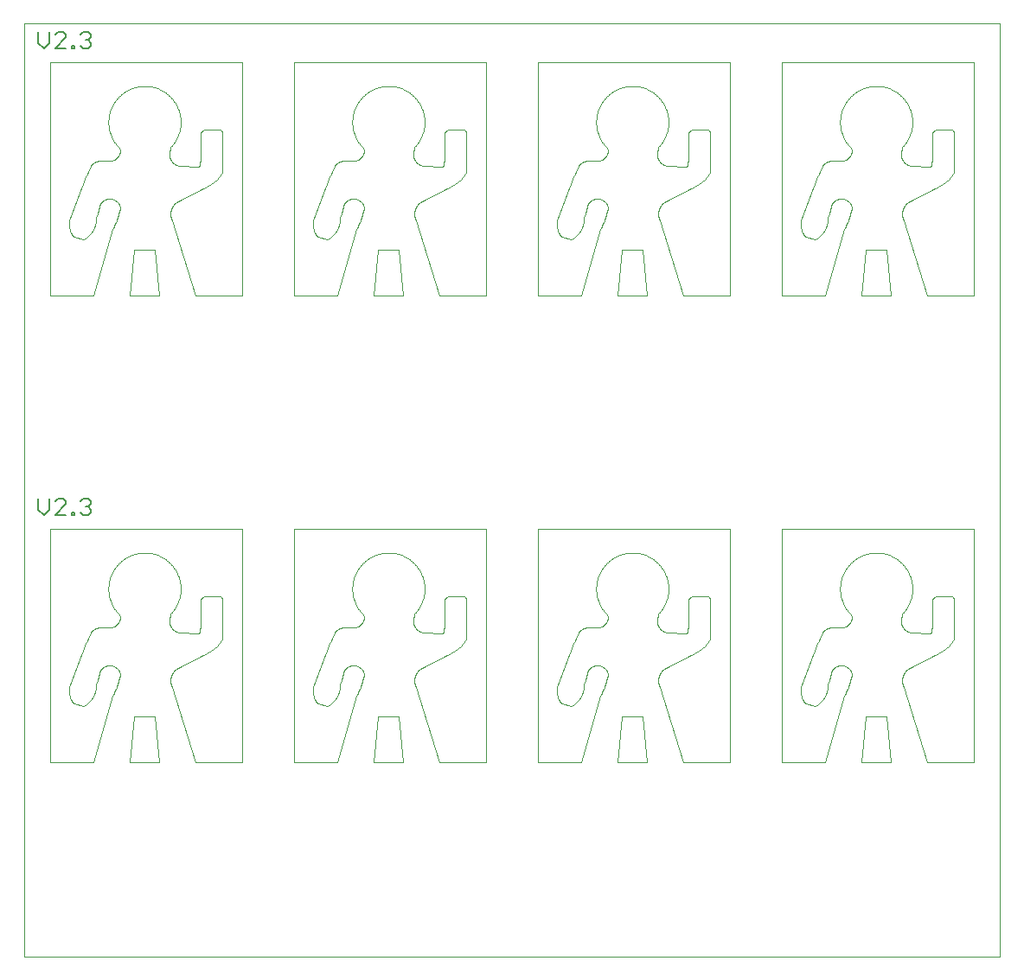
<source format=gto>
G75*
%MOIN*%
%OFA0B0*%
%FSLAX25Y25*%
%IPPOS*%
%LPD*%
%AMOC8*
5,1,8,0,0,1.08239X$1,22.5*
%
%ADD10C,0.00000*%
%ADD11C,0.00700*%
D10*
X0016000Y0011000D02*
X0392000Y0011000D01*
X0392000Y0371000D01*
X0016000Y0371000D01*
X0016000Y0011000D01*
X0026000Y0086000D02*
X0026000Y0176000D01*
X0100000Y0176000D01*
X0100000Y0086000D01*
X0082000Y0086000D01*
X0074400Y0110500D01*
X0072900Y0115000D01*
X0072901Y0115000D02*
X0072836Y0115130D01*
X0072774Y0115261D01*
X0072717Y0115394D01*
X0072662Y0115529D01*
X0072612Y0115664D01*
X0072565Y0115802D01*
X0072521Y0115940D01*
X0072482Y0116079D01*
X0072446Y0116220D01*
X0072413Y0116361D01*
X0072385Y0116503D01*
X0072360Y0116646D01*
X0072340Y0116790D01*
X0072323Y0116934D01*
X0072309Y0117078D01*
X0072300Y0117223D01*
X0072295Y0117368D01*
X0072293Y0117513D01*
X0072295Y0117658D01*
X0072301Y0117802D01*
X0072311Y0117947D01*
X0072325Y0118091D01*
X0072343Y0118235D01*
X0072364Y0118379D01*
X0072390Y0118522D01*
X0072419Y0118664D01*
X0072452Y0118805D01*
X0072488Y0118945D01*
X0072529Y0119084D01*
X0072573Y0119222D01*
X0072620Y0119359D01*
X0072672Y0119495D01*
X0072726Y0119629D01*
X0072785Y0119762D01*
X0072847Y0119893D01*
X0072912Y0120022D01*
X0072981Y0120150D01*
X0073053Y0120276D01*
X0073129Y0120399D01*
X0073208Y0120521D01*
X0073290Y0120641D01*
X0073375Y0120758D01*
X0073463Y0120873D01*
X0073555Y0120986D01*
X0073649Y0121096D01*
X0073746Y0121203D01*
X0073846Y0121308D01*
X0073949Y0121411D01*
X0074054Y0121510D01*
X0074162Y0121607D01*
X0074273Y0121701D01*
X0074386Y0121791D01*
X0074501Y0121879D01*
X0074619Y0121964D01*
X0074739Y0122045D01*
X0074861Y0122123D01*
X0074985Y0122198D01*
X0075111Y0122270D01*
X0075239Y0122338D01*
X0075239Y0122339D02*
X0084966Y0127339D01*
X0082776Y0135728D02*
X0075900Y0136000D01*
X0075767Y0136016D01*
X0075634Y0136037D01*
X0075502Y0136062D01*
X0075371Y0136090D01*
X0075241Y0136123D01*
X0075112Y0136159D01*
X0074984Y0136199D01*
X0074857Y0136243D01*
X0074731Y0136291D01*
X0074607Y0136342D01*
X0074485Y0136397D01*
X0074364Y0136455D01*
X0074245Y0136518D01*
X0074128Y0136583D01*
X0074013Y0136652D01*
X0073900Y0136725D01*
X0073789Y0136800D01*
X0073681Y0136879D01*
X0073575Y0136961D01*
X0073471Y0137047D01*
X0073370Y0137135D01*
X0073272Y0137226D01*
X0073176Y0137320D01*
X0073083Y0137417D01*
X0072993Y0137517D01*
X0072907Y0137619D01*
X0072823Y0137724D01*
X0072742Y0137831D01*
X0072665Y0137941D01*
X0072590Y0138053D01*
X0072519Y0138167D01*
X0072452Y0138283D01*
X0072388Y0138401D01*
X0072328Y0138520D01*
X0072271Y0138642D01*
X0072218Y0138765D01*
X0072168Y0138890D01*
X0072122Y0139016D01*
X0072080Y0139143D01*
X0072042Y0139272D01*
X0072007Y0139402D01*
X0071977Y0139532D01*
X0071950Y0139664D01*
X0071927Y0139796D01*
X0071908Y0139929D01*
X0071893Y0140062D01*
X0071882Y0140196D01*
X0071875Y0140330D01*
X0071872Y0140464D01*
X0071873Y0140598D01*
X0071878Y0140733D01*
X0071887Y0140866D01*
X0071900Y0141000D01*
X0072160Y0143055D01*
X0084966Y0127338D02*
X0085328Y0127490D01*
X0085685Y0127651D01*
X0086039Y0127821D01*
X0086388Y0128000D01*
X0086733Y0128187D01*
X0087073Y0128382D01*
X0087409Y0128585D01*
X0087739Y0128797D01*
X0088064Y0129017D01*
X0088384Y0129244D01*
X0088698Y0129480D01*
X0089006Y0129722D01*
X0089308Y0129973D01*
X0089603Y0130230D01*
X0089893Y0130495D01*
X0090176Y0130767D01*
X0090452Y0131046D01*
X0090721Y0131331D01*
X0090983Y0131623D01*
X0091238Y0131921D01*
X0091486Y0132225D01*
X0091726Y0132535D01*
X0091959Y0132851D01*
X0092183Y0133172D01*
X0092400Y0133499D01*
X0092400Y0133500D02*
X0092400Y0148800D01*
X0091567Y0150000D02*
X0085914Y0150000D01*
X0085826Y0149998D01*
X0085739Y0149992D01*
X0085652Y0149983D01*
X0085565Y0149969D01*
X0085479Y0149952D01*
X0085394Y0149931D01*
X0085310Y0149907D01*
X0085227Y0149878D01*
X0085145Y0149846D01*
X0085065Y0149811D01*
X0084987Y0149772D01*
X0084910Y0149730D01*
X0084835Y0149684D01*
X0084762Y0149635D01*
X0084692Y0149583D01*
X0084624Y0149528D01*
X0084558Y0149470D01*
X0084495Y0149409D01*
X0084434Y0149346D01*
X0084377Y0149280D01*
X0084322Y0149211D01*
X0084271Y0149140D01*
X0084222Y0149067D01*
X0084177Y0148992D01*
X0084135Y0148915D01*
X0084097Y0148836D01*
X0084062Y0148756D01*
X0084031Y0148674D01*
X0084003Y0148591D01*
X0083979Y0148506D01*
X0083959Y0148421D01*
X0083942Y0148335D01*
X0083929Y0148248D01*
X0083920Y0148161D01*
X0083915Y0148073D01*
X0083914Y0147986D01*
X0083971Y0139000D01*
X0083739Y0136379D01*
X0083707Y0136319D01*
X0083672Y0136262D01*
X0083633Y0136206D01*
X0083592Y0136153D01*
X0083547Y0136102D01*
X0083500Y0136054D01*
X0083450Y0136009D01*
X0083397Y0135966D01*
X0083343Y0135927D01*
X0083286Y0135891D01*
X0083227Y0135858D01*
X0083166Y0135828D01*
X0083104Y0135802D01*
X0083040Y0135780D01*
X0082975Y0135761D01*
X0082909Y0135746D01*
X0082843Y0135735D01*
X0082776Y0135728D01*
X0092400Y0148800D02*
X0092372Y0148889D01*
X0092340Y0148976D01*
X0092305Y0149062D01*
X0092267Y0149147D01*
X0092225Y0149230D01*
X0092180Y0149311D01*
X0092132Y0149390D01*
X0092080Y0149468D01*
X0092026Y0149543D01*
X0091968Y0149616D01*
X0091908Y0149686D01*
X0091845Y0149755D01*
X0091779Y0149820D01*
X0091711Y0149883D01*
X0091640Y0149943D01*
X0091566Y0150000D01*
X0120000Y0176000D02*
X0194000Y0176000D01*
X0194000Y0086000D01*
X0176000Y0086000D01*
X0168400Y0110500D01*
X0166900Y0115000D01*
X0166901Y0115000D02*
X0166836Y0115130D01*
X0166774Y0115261D01*
X0166717Y0115394D01*
X0166662Y0115529D01*
X0166612Y0115664D01*
X0166565Y0115802D01*
X0166521Y0115940D01*
X0166482Y0116079D01*
X0166446Y0116220D01*
X0166413Y0116361D01*
X0166385Y0116503D01*
X0166360Y0116646D01*
X0166340Y0116790D01*
X0166323Y0116934D01*
X0166309Y0117078D01*
X0166300Y0117223D01*
X0166295Y0117368D01*
X0166293Y0117513D01*
X0166295Y0117658D01*
X0166301Y0117802D01*
X0166311Y0117947D01*
X0166325Y0118091D01*
X0166343Y0118235D01*
X0166364Y0118379D01*
X0166390Y0118522D01*
X0166419Y0118664D01*
X0166452Y0118805D01*
X0166488Y0118945D01*
X0166529Y0119084D01*
X0166573Y0119222D01*
X0166620Y0119359D01*
X0166672Y0119495D01*
X0166726Y0119629D01*
X0166785Y0119762D01*
X0166847Y0119893D01*
X0166912Y0120022D01*
X0166981Y0120150D01*
X0167053Y0120276D01*
X0167129Y0120399D01*
X0167208Y0120521D01*
X0167290Y0120641D01*
X0167375Y0120758D01*
X0167463Y0120873D01*
X0167555Y0120986D01*
X0167649Y0121096D01*
X0167746Y0121203D01*
X0167846Y0121308D01*
X0167949Y0121411D01*
X0168054Y0121510D01*
X0168162Y0121607D01*
X0168273Y0121701D01*
X0168386Y0121791D01*
X0168501Y0121879D01*
X0168619Y0121964D01*
X0168739Y0122045D01*
X0168861Y0122123D01*
X0168985Y0122198D01*
X0169111Y0122270D01*
X0169239Y0122338D01*
X0169239Y0122339D02*
X0178966Y0127339D01*
X0176776Y0135728D02*
X0169900Y0136000D01*
X0169767Y0136016D01*
X0169634Y0136037D01*
X0169502Y0136062D01*
X0169371Y0136090D01*
X0169241Y0136123D01*
X0169112Y0136159D01*
X0168984Y0136199D01*
X0168857Y0136243D01*
X0168731Y0136291D01*
X0168607Y0136342D01*
X0168485Y0136397D01*
X0168364Y0136455D01*
X0168245Y0136518D01*
X0168128Y0136583D01*
X0168013Y0136652D01*
X0167900Y0136725D01*
X0167789Y0136800D01*
X0167681Y0136879D01*
X0167575Y0136961D01*
X0167471Y0137047D01*
X0167370Y0137135D01*
X0167272Y0137226D01*
X0167176Y0137320D01*
X0167083Y0137417D01*
X0166993Y0137517D01*
X0166907Y0137619D01*
X0166823Y0137724D01*
X0166742Y0137831D01*
X0166665Y0137941D01*
X0166590Y0138053D01*
X0166519Y0138167D01*
X0166452Y0138283D01*
X0166388Y0138401D01*
X0166328Y0138520D01*
X0166271Y0138642D01*
X0166218Y0138765D01*
X0166168Y0138890D01*
X0166122Y0139016D01*
X0166080Y0139143D01*
X0166042Y0139272D01*
X0166007Y0139402D01*
X0165977Y0139532D01*
X0165950Y0139664D01*
X0165927Y0139796D01*
X0165908Y0139929D01*
X0165893Y0140062D01*
X0165882Y0140196D01*
X0165875Y0140330D01*
X0165872Y0140464D01*
X0165873Y0140598D01*
X0165878Y0140733D01*
X0165887Y0140866D01*
X0165900Y0141000D01*
X0166160Y0143055D01*
X0178966Y0127338D02*
X0179328Y0127490D01*
X0179685Y0127651D01*
X0180039Y0127821D01*
X0180388Y0128000D01*
X0180733Y0128187D01*
X0181073Y0128382D01*
X0181409Y0128585D01*
X0181739Y0128797D01*
X0182064Y0129017D01*
X0182384Y0129244D01*
X0182698Y0129480D01*
X0183006Y0129722D01*
X0183308Y0129973D01*
X0183603Y0130230D01*
X0183893Y0130495D01*
X0184176Y0130767D01*
X0184452Y0131046D01*
X0184721Y0131331D01*
X0184983Y0131623D01*
X0185238Y0131921D01*
X0185486Y0132225D01*
X0185726Y0132535D01*
X0185959Y0132851D01*
X0186183Y0133172D01*
X0186400Y0133499D01*
X0186400Y0133500D02*
X0186400Y0148800D01*
X0185567Y0150000D02*
X0179914Y0150000D01*
X0179826Y0149998D01*
X0179739Y0149992D01*
X0179652Y0149983D01*
X0179565Y0149969D01*
X0179479Y0149952D01*
X0179394Y0149931D01*
X0179310Y0149907D01*
X0179227Y0149878D01*
X0179145Y0149846D01*
X0179065Y0149811D01*
X0178987Y0149772D01*
X0178910Y0149730D01*
X0178835Y0149684D01*
X0178762Y0149635D01*
X0178692Y0149583D01*
X0178624Y0149528D01*
X0178558Y0149470D01*
X0178495Y0149409D01*
X0178434Y0149346D01*
X0178377Y0149280D01*
X0178322Y0149211D01*
X0178271Y0149140D01*
X0178222Y0149067D01*
X0178177Y0148992D01*
X0178135Y0148915D01*
X0178097Y0148836D01*
X0178062Y0148756D01*
X0178031Y0148674D01*
X0178003Y0148591D01*
X0177979Y0148506D01*
X0177959Y0148421D01*
X0177942Y0148335D01*
X0177929Y0148248D01*
X0177920Y0148161D01*
X0177915Y0148073D01*
X0177914Y0147986D01*
X0177971Y0139000D01*
X0177739Y0136379D01*
X0177707Y0136319D01*
X0177672Y0136262D01*
X0177633Y0136206D01*
X0177592Y0136153D01*
X0177547Y0136102D01*
X0177500Y0136054D01*
X0177450Y0136009D01*
X0177397Y0135966D01*
X0177343Y0135927D01*
X0177286Y0135891D01*
X0177227Y0135858D01*
X0177166Y0135828D01*
X0177104Y0135802D01*
X0177040Y0135780D01*
X0176975Y0135761D01*
X0176909Y0135746D01*
X0176843Y0135735D01*
X0176776Y0135728D01*
X0186400Y0148800D02*
X0186372Y0148889D01*
X0186340Y0148976D01*
X0186305Y0149062D01*
X0186267Y0149147D01*
X0186225Y0149230D01*
X0186180Y0149311D01*
X0186132Y0149390D01*
X0186080Y0149468D01*
X0186026Y0149543D01*
X0185968Y0149616D01*
X0185908Y0149686D01*
X0185845Y0149755D01*
X0185779Y0149820D01*
X0185711Y0149883D01*
X0185640Y0149943D01*
X0185566Y0150000D01*
X0166159Y0143056D02*
X0166397Y0143299D01*
X0166628Y0143548D01*
X0166853Y0143802D01*
X0167072Y0144062D01*
X0167285Y0144328D01*
X0167491Y0144598D01*
X0167690Y0144873D01*
X0167882Y0145153D01*
X0168068Y0145438D01*
X0168247Y0145727D01*
X0168418Y0146020D01*
X0168582Y0146318D01*
X0168739Y0146619D01*
X0168889Y0146924D01*
X0169031Y0147233D01*
X0169166Y0147545D01*
X0169292Y0147861D01*
X0169412Y0148179D01*
X0169523Y0148500D01*
X0169626Y0148824D01*
X0169722Y0149150D01*
X0169809Y0149478D01*
X0169889Y0149809D01*
X0169960Y0150141D01*
X0170023Y0150475D01*
X0170079Y0150810D01*
X0170125Y0151147D01*
X0170164Y0151484D01*
X0170194Y0151823D01*
X0170217Y0152162D01*
X0170230Y0152502D01*
X0170236Y0152841D01*
X0170233Y0153181D01*
X0170222Y0153521D01*
X0170203Y0153860D01*
X0170175Y0154199D01*
X0170139Y0154537D01*
X0170095Y0154874D01*
X0170043Y0155210D01*
X0169982Y0155544D01*
X0169914Y0155877D01*
X0169837Y0156208D01*
X0169752Y0156537D01*
X0169659Y0156864D01*
X0169558Y0157188D01*
X0169450Y0157510D01*
X0169333Y0157830D01*
X0169209Y0158146D01*
X0169077Y0158459D01*
X0168937Y0158769D01*
X0168790Y0159075D01*
X0168636Y0159378D01*
X0168474Y0159677D01*
X0168305Y0159972D01*
X0168128Y0160262D01*
X0167945Y0160548D01*
X0167755Y0160830D01*
X0167558Y0161107D01*
X0167354Y0161379D01*
X0167144Y0161646D01*
X0166927Y0161907D01*
X0166704Y0162164D01*
X0166474Y0162415D01*
X0166239Y0162660D01*
X0165998Y0162899D01*
X0165751Y0163132D01*
X0165498Y0163360D01*
X0165240Y0163581D01*
X0164976Y0163795D01*
X0164708Y0164004D01*
X0164434Y0164205D01*
X0164156Y0164400D01*
X0163872Y0164588D01*
X0163585Y0164769D01*
X0163293Y0164943D01*
X0162997Y0165109D01*
X0162697Y0165269D01*
X0162393Y0165421D01*
X0162085Y0165566D01*
X0161774Y0165703D01*
X0161460Y0165832D01*
X0161143Y0165954D01*
X0160822Y0166068D01*
X0160500Y0166174D01*
X0160174Y0166272D01*
X0159846Y0166362D01*
X0159517Y0166444D01*
X0159185Y0166518D01*
X0158852Y0166584D01*
X0158517Y0166642D01*
X0158181Y0166692D01*
X0157843Y0166733D01*
X0157505Y0166766D01*
X0157166Y0166791D01*
X0156827Y0166808D01*
X0156487Y0166816D01*
X0156147Y0166816D01*
X0155807Y0166808D01*
X0155468Y0166791D01*
X0155129Y0166766D01*
X0154791Y0166733D01*
X0154453Y0166692D01*
X0154117Y0166642D01*
X0153782Y0166584D01*
X0153449Y0166518D01*
X0153117Y0166444D01*
X0152788Y0166362D01*
X0152460Y0166272D01*
X0152134Y0166174D01*
X0151812Y0166068D01*
X0151491Y0165954D01*
X0151174Y0165832D01*
X0150860Y0165703D01*
X0150549Y0165566D01*
X0150241Y0165421D01*
X0149937Y0165269D01*
X0149637Y0165109D01*
X0149341Y0164943D01*
X0149049Y0164769D01*
X0148762Y0164588D01*
X0148478Y0164400D01*
X0148200Y0164205D01*
X0147926Y0164004D01*
X0147658Y0163795D01*
X0147394Y0163581D01*
X0147136Y0163360D01*
X0146883Y0163132D01*
X0146636Y0162899D01*
X0146395Y0162660D01*
X0146160Y0162415D01*
X0145930Y0162164D01*
X0145707Y0161907D01*
X0145490Y0161646D01*
X0145280Y0161379D01*
X0145076Y0161107D01*
X0144879Y0160830D01*
X0144689Y0160548D01*
X0144506Y0160262D01*
X0144329Y0159972D01*
X0144160Y0159677D01*
X0143998Y0159378D01*
X0143844Y0159075D01*
X0143697Y0158769D01*
X0143557Y0158459D01*
X0143425Y0158146D01*
X0143301Y0157830D01*
X0143184Y0157510D01*
X0143076Y0157188D01*
X0142975Y0156864D01*
X0142882Y0156537D01*
X0142797Y0156208D01*
X0142720Y0155877D01*
X0142652Y0155544D01*
X0142591Y0155210D01*
X0142539Y0154874D01*
X0142495Y0154537D01*
X0142459Y0154199D01*
X0142431Y0153860D01*
X0142412Y0153521D01*
X0142401Y0153181D01*
X0142398Y0152841D01*
X0142404Y0152502D01*
X0142417Y0152162D01*
X0142440Y0151823D01*
X0142470Y0151484D01*
X0142509Y0151147D01*
X0142555Y0150810D01*
X0142611Y0150475D01*
X0142674Y0150141D01*
X0142745Y0149809D01*
X0142825Y0149478D01*
X0142912Y0149150D01*
X0143008Y0148824D01*
X0143111Y0148500D01*
X0143222Y0148179D01*
X0143342Y0147861D01*
X0143468Y0147545D01*
X0143603Y0147233D01*
X0143745Y0146924D01*
X0143895Y0146619D01*
X0144052Y0146318D01*
X0144216Y0146020D01*
X0144387Y0145727D01*
X0144566Y0145438D01*
X0144752Y0145153D01*
X0144944Y0144873D01*
X0145143Y0144598D01*
X0145349Y0144328D01*
X0145562Y0144062D01*
X0145781Y0143802D01*
X0146006Y0143548D01*
X0146237Y0143299D01*
X0146475Y0143056D01*
X0146475Y0143055D02*
X0146900Y0142000D01*
X0146898Y0141874D01*
X0146892Y0141749D01*
X0146882Y0141624D01*
X0146868Y0141499D01*
X0146851Y0141374D01*
X0146829Y0141250D01*
X0146804Y0141127D01*
X0146774Y0141005D01*
X0146741Y0140884D01*
X0146704Y0140764D01*
X0146664Y0140645D01*
X0146619Y0140528D01*
X0146571Y0140411D01*
X0146519Y0140297D01*
X0146464Y0140184D01*
X0146405Y0140073D01*
X0146343Y0139964D01*
X0146277Y0139857D01*
X0146208Y0139752D01*
X0146136Y0139649D01*
X0146061Y0139548D01*
X0145982Y0139450D01*
X0145900Y0139355D01*
X0145816Y0139262D01*
X0145728Y0139172D01*
X0145638Y0139084D01*
X0145545Y0139000D01*
X0145450Y0138918D01*
X0145352Y0138839D01*
X0145251Y0138764D01*
X0145148Y0138692D01*
X0145043Y0138623D01*
X0144936Y0138557D01*
X0144827Y0138495D01*
X0144716Y0138436D01*
X0144603Y0138381D01*
X0144489Y0138329D01*
X0144372Y0138281D01*
X0144255Y0138236D01*
X0144136Y0138196D01*
X0144016Y0138159D01*
X0143895Y0138126D01*
X0143773Y0138096D01*
X0143650Y0138071D01*
X0143526Y0138049D01*
X0143401Y0138032D01*
X0143276Y0138018D01*
X0143151Y0138008D01*
X0143026Y0138002D01*
X0142900Y0138000D01*
X0140023Y0138000D01*
X0136001Y0136521D02*
X0134363Y0133075D01*
X0136001Y0136520D02*
X0136098Y0136620D01*
X0136198Y0136716D01*
X0136300Y0136809D01*
X0136406Y0136900D01*
X0136513Y0136987D01*
X0136623Y0137072D01*
X0136736Y0137153D01*
X0136851Y0137231D01*
X0136968Y0137305D01*
X0137087Y0137376D01*
X0137208Y0137444D01*
X0137331Y0137508D01*
X0137455Y0137569D01*
X0137582Y0137626D01*
X0137710Y0137680D01*
X0137839Y0137729D01*
X0137970Y0137775D01*
X0138102Y0137818D01*
X0138236Y0137856D01*
X0138370Y0137891D01*
X0138505Y0137922D01*
X0138641Y0137948D01*
X0138778Y0137971D01*
X0138915Y0137990D01*
X0139053Y0138005D01*
X0139192Y0138017D01*
X0139330Y0138024D01*
X0139469Y0138027D01*
X0139607Y0138026D01*
X0139746Y0138021D01*
X0139884Y0138012D01*
X0140023Y0138000D01*
X0132426Y0128242D02*
X0127400Y0114929D01*
X0132674Y0107522D02*
X0132879Y0107640D01*
X0133081Y0107762D01*
X0133280Y0107890D01*
X0133477Y0108022D01*
X0133669Y0108159D01*
X0133859Y0108300D01*
X0134045Y0108446D01*
X0134227Y0108597D01*
X0134406Y0108751D01*
X0134581Y0108910D01*
X0134752Y0109074D01*
X0134919Y0109241D01*
X0135082Y0109412D01*
X0135241Y0109587D01*
X0135396Y0109766D01*
X0135546Y0109949D01*
X0135692Y0110135D01*
X0135833Y0110325D01*
X0135970Y0110517D01*
X0136102Y0110714D01*
X0136229Y0110913D01*
X0136352Y0111115D01*
X0136469Y0111320D01*
X0136582Y0111528D01*
X0136689Y0111739D01*
X0136792Y0111952D01*
X0136889Y0112168D01*
X0136981Y0112386D01*
X0137068Y0112605D01*
X0137149Y0112827D01*
X0137225Y0113051D01*
X0137296Y0113277D01*
X0137361Y0113504D01*
X0137421Y0113733D01*
X0137475Y0113963D01*
X0137524Y0114195D01*
X0137567Y0114427D01*
X0137604Y0114661D01*
X0137636Y0114895D01*
X0137662Y0115130D01*
X0137683Y0115366D01*
X0137697Y0115602D01*
X0137707Y0115838D01*
X0137706Y0115838D02*
X0138200Y0117800D01*
X0138800Y0120300D01*
X0138835Y0120423D01*
X0138875Y0120545D01*
X0138918Y0120666D01*
X0138965Y0120785D01*
X0139016Y0120903D01*
X0139070Y0121019D01*
X0139128Y0121134D01*
X0139189Y0121247D01*
X0139254Y0121357D01*
X0139322Y0121466D01*
X0139394Y0121573D01*
X0139468Y0121677D01*
X0139546Y0121779D01*
X0139627Y0121878D01*
X0139711Y0121975D01*
X0139798Y0122070D01*
X0139888Y0122161D01*
X0139981Y0122250D01*
X0140076Y0122336D01*
X0140174Y0122419D01*
X0140274Y0122499D01*
X0140377Y0122576D01*
X0140482Y0122649D01*
X0140590Y0122719D01*
X0140699Y0122786D01*
X0140811Y0122850D01*
X0140924Y0122910D01*
X0141039Y0122966D01*
X0141156Y0123019D01*
X0141275Y0123068D01*
X0141394Y0123114D01*
X0141516Y0123156D01*
X0141638Y0123194D01*
X0141762Y0123229D01*
X0141886Y0123259D01*
X0142012Y0123286D01*
X0142138Y0123309D01*
X0142265Y0123328D01*
X0142392Y0123343D01*
X0142520Y0123354D01*
X0142648Y0123361D01*
X0142777Y0123364D01*
X0142905Y0123363D01*
X0143033Y0123358D01*
X0143161Y0123350D01*
X0143289Y0123337D01*
X0143416Y0123320D01*
X0143543Y0123300D01*
X0143669Y0123276D01*
X0143794Y0123247D01*
X0143918Y0123215D01*
X0144041Y0123179D01*
X0144163Y0123140D01*
X0144284Y0123096D01*
X0144403Y0123049D01*
X0144521Y0122998D01*
X0144637Y0122944D01*
X0144752Y0122886D01*
X0144864Y0122825D01*
X0144975Y0122760D01*
X0145084Y0122691D01*
X0145190Y0122620D01*
X0145294Y0122545D01*
X0145396Y0122467D01*
X0145496Y0122386D01*
X0145593Y0122302D01*
X0145687Y0122215D01*
X0145778Y0122125D01*
X0145867Y0122032D01*
X0145953Y0121937D01*
X0146036Y0121839D01*
X0146115Y0121738D01*
X0146192Y0121635D01*
X0146265Y0121530D01*
X0146336Y0121423D01*
X0146402Y0121313D01*
X0146466Y0121202D01*
X0146526Y0121088D01*
X0146582Y0120973D01*
X0146635Y0120856D01*
X0146684Y0120737D01*
X0146730Y0120617D01*
X0146771Y0120496D01*
X0146809Y0120374D01*
X0146844Y0120250D01*
X0146874Y0120125D01*
X0146901Y0120000D01*
X0132426Y0128242D02*
X0132499Y0128583D01*
X0132581Y0128922D01*
X0132671Y0129260D01*
X0132769Y0129595D01*
X0132875Y0129927D01*
X0132989Y0130257D01*
X0133111Y0130584D01*
X0133241Y0130908D01*
X0133378Y0131229D01*
X0133524Y0131546D01*
X0133677Y0131860D01*
X0133837Y0132170D01*
X0134005Y0132476D01*
X0134180Y0132778D01*
X0134363Y0133075D01*
X0146900Y0120000D02*
X0146798Y0119404D01*
X0146682Y0118811D01*
X0146551Y0118221D01*
X0146406Y0117635D01*
X0146247Y0117052D01*
X0146074Y0116473D01*
X0145887Y0115898D01*
X0145686Y0115328D01*
X0145471Y0114764D01*
X0145242Y0114204D01*
X0145000Y0113651D01*
X0144745Y0113103D01*
X0144476Y0112562D01*
X0144195Y0112027D01*
X0143900Y0111500D01*
X0136500Y0086000D01*
X0120000Y0086000D01*
X0120000Y0176000D01*
X0072159Y0143056D02*
X0072397Y0143299D01*
X0072628Y0143548D01*
X0072853Y0143802D01*
X0073072Y0144062D01*
X0073285Y0144328D01*
X0073491Y0144598D01*
X0073690Y0144873D01*
X0073882Y0145153D01*
X0074068Y0145438D01*
X0074247Y0145727D01*
X0074418Y0146020D01*
X0074582Y0146318D01*
X0074739Y0146619D01*
X0074889Y0146924D01*
X0075031Y0147233D01*
X0075166Y0147545D01*
X0075292Y0147861D01*
X0075412Y0148179D01*
X0075523Y0148500D01*
X0075626Y0148824D01*
X0075722Y0149150D01*
X0075809Y0149478D01*
X0075889Y0149809D01*
X0075960Y0150141D01*
X0076023Y0150475D01*
X0076079Y0150810D01*
X0076125Y0151147D01*
X0076164Y0151484D01*
X0076194Y0151823D01*
X0076217Y0152162D01*
X0076230Y0152502D01*
X0076236Y0152841D01*
X0076233Y0153181D01*
X0076222Y0153521D01*
X0076203Y0153860D01*
X0076175Y0154199D01*
X0076139Y0154537D01*
X0076095Y0154874D01*
X0076043Y0155210D01*
X0075982Y0155544D01*
X0075914Y0155877D01*
X0075837Y0156208D01*
X0075752Y0156537D01*
X0075659Y0156864D01*
X0075558Y0157188D01*
X0075450Y0157510D01*
X0075333Y0157830D01*
X0075209Y0158146D01*
X0075077Y0158459D01*
X0074937Y0158769D01*
X0074790Y0159075D01*
X0074636Y0159378D01*
X0074474Y0159677D01*
X0074305Y0159972D01*
X0074128Y0160262D01*
X0073945Y0160548D01*
X0073755Y0160830D01*
X0073558Y0161107D01*
X0073354Y0161379D01*
X0073144Y0161646D01*
X0072927Y0161907D01*
X0072704Y0162164D01*
X0072474Y0162415D01*
X0072239Y0162660D01*
X0071998Y0162899D01*
X0071751Y0163132D01*
X0071498Y0163360D01*
X0071240Y0163581D01*
X0070976Y0163795D01*
X0070708Y0164004D01*
X0070434Y0164205D01*
X0070156Y0164400D01*
X0069872Y0164588D01*
X0069585Y0164769D01*
X0069293Y0164943D01*
X0068997Y0165109D01*
X0068697Y0165269D01*
X0068393Y0165421D01*
X0068085Y0165566D01*
X0067774Y0165703D01*
X0067460Y0165832D01*
X0067143Y0165954D01*
X0066822Y0166068D01*
X0066500Y0166174D01*
X0066174Y0166272D01*
X0065846Y0166362D01*
X0065517Y0166444D01*
X0065185Y0166518D01*
X0064852Y0166584D01*
X0064517Y0166642D01*
X0064181Y0166692D01*
X0063843Y0166733D01*
X0063505Y0166766D01*
X0063166Y0166791D01*
X0062827Y0166808D01*
X0062487Y0166816D01*
X0062147Y0166816D01*
X0061807Y0166808D01*
X0061468Y0166791D01*
X0061129Y0166766D01*
X0060791Y0166733D01*
X0060453Y0166692D01*
X0060117Y0166642D01*
X0059782Y0166584D01*
X0059449Y0166518D01*
X0059117Y0166444D01*
X0058788Y0166362D01*
X0058460Y0166272D01*
X0058134Y0166174D01*
X0057812Y0166068D01*
X0057491Y0165954D01*
X0057174Y0165832D01*
X0056860Y0165703D01*
X0056549Y0165566D01*
X0056241Y0165421D01*
X0055937Y0165269D01*
X0055637Y0165109D01*
X0055341Y0164943D01*
X0055049Y0164769D01*
X0054762Y0164588D01*
X0054478Y0164400D01*
X0054200Y0164205D01*
X0053926Y0164004D01*
X0053658Y0163795D01*
X0053394Y0163581D01*
X0053136Y0163360D01*
X0052883Y0163132D01*
X0052636Y0162899D01*
X0052395Y0162660D01*
X0052160Y0162415D01*
X0051930Y0162164D01*
X0051707Y0161907D01*
X0051490Y0161646D01*
X0051280Y0161379D01*
X0051076Y0161107D01*
X0050879Y0160830D01*
X0050689Y0160548D01*
X0050506Y0160262D01*
X0050329Y0159972D01*
X0050160Y0159677D01*
X0049998Y0159378D01*
X0049844Y0159075D01*
X0049697Y0158769D01*
X0049557Y0158459D01*
X0049425Y0158146D01*
X0049301Y0157830D01*
X0049184Y0157510D01*
X0049076Y0157188D01*
X0048975Y0156864D01*
X0048882Y0156537D01*
X0048797Y0156208D01*
X0048720Y0155877D01*
X0048652Y0155544D01*
X0048591Y0155210D01*
X0048539Y0154874D01*
X0048495Y0154537D01*
X0048459Y0154199D01*
X0048431Y0153860D01*
X0048412Y0153521D01*
X0048401Y0153181D01*
X0048398Y0152841D01*
X0048404Y0152502D01*
X0048417Y0152162D01*
X0048440Y0151823D01*
X0048470Y0151484D01*
X0048509Y0151147D01*
X0048555Y0150810D01*
X0048611Y0150475D01*
X0048674Y0150141D01*
X0048745Y0149809D01*
X0048825Y0149478D01*
X0048912Y0149150D01*
X0049008Y0148824D01*
X0049111Y0148500D01*
X0049222Y0148179D01*
X0049342Y0147861D01*
X0049468Y0147545D01*
X0049603Y0147233D01*
X0049745Y0146924D01*
X0049895Y0146619D01*
X0050052Y0146318D01*
X0050216Y0146020D01*
X0050387Y0145727D01*
X0050566Y0145438D01*
X0050752Y0145153D01*
X0050944Y0144873D01*
X0051143Y0144598D01*
X0051349Y0144328D01*
X0051562Y0144062D01*
X0051781Y0143802D01*
X0052006Y0143548D01*
X0052237Y0143299D01*
X0052475Y0143056D01*
X0052475Y0143055D02*
X0052900Y0142000D01*
X0052898Y0141874D01*
X0052892Y0141749D01*
X0052882Y0141624D01*
X0052868Y0141499D01*
X0052851Y0141374D01*
X0052829Y0141250D01*
X0052804Y0141127D01*
X0052774Y0141005D01*
X0052741Y0140884D01*
X0052704Y0140764D01*
X0052664Y0140645D01*
X0052619Y0140528D01*
X0052571Y0140411D01*
X0052519Y0140297D01*
X0052464Y0140184D01*
X0052405Y0140073D01*
X0052343Y0139964D01*
X0052277Y0139857D01*
X0052208Y0139752D01*
X0052136Y0139649D01*
X0052061Y0139548D01*
X0051982Y0139450D01*
X0051900Y0139355D01*
X0051816Y0139262D01*
X0051728Y0139172D01*
X0051638Y0139084D01*
X0051545Y0139000D01*
X0051450Y0138918D01*
X0051352Y0138839D01*
X0051251Y0138764D01*
X0051148Y0138692D01*
X0051043Y0138623D01*
X0050936Y0138557D01*
X0050827Y0138495D01*
X0050716Y0138436D01*
X0050603Y0138381D01*
X0050489Y0138329D01*
X0050372Y0138281D01*
X0050255Y0138236D01*
X0050136Y0138196D01*
X0050016Y0138159D01*
X0049895Y0138126D01*
X0049773Y0138096D01*
X0049650Y0138071D01*
X0049526Y0138049D01*
X0049401Y0138032D01*
X0049276Y0138018D01*
X0049151Y0138008D01*
X0049026Y0138002D01*
X0048900Y0138000D01*
X0046023Y0138000D01*
X0042001Y0136521D02*
X0040363Y0133075D01*
X0042001Y0136520D02*
X0042098Y0136620D01*
X0042198Y0136716D01*
X0042300Y0136809D01*
X0042406Y0136900D01*
X0042513Y0136987D01*
X0042623Y0137072D01*
X0042736Y0137153D01*
X0042851Y0137231D01*
X0042968Y0137305D01*
X0043087Y0137376D01*
X0043208Y0137444D01*
X0043331Y0137508D01*
X0043455Y0137569D01*
X0043582Y0137626D01*
X0043710Y0137680D01*
X0043839Y0137729D01*
X0043970Y0137775D01*
X0044102Y0137818D01*
X0044236Y0137856D01*
X0044370Y0137891D01*
X0044505Y0137922D01*
X0044641Y0137948D01*
X0044778Y0137971D01*
X0044915Y0137990D01*
X0045053Y0138005D01*
X0045192Y0138017D01*
X0045330Y0138024D01*
X0045469Y0138027D01*
X0045607Y0138026D01*
X0045746Y0138021D01*
X0045884Y0138012D01*
X0046023Y0138000D01*
X0038426Y0128242D02*
X0033400Y0114929D01*
X0038674Y0107522D02*
X0038879Y0107640D01*
X0039081Y0107762D01*
X0039280Y0107890D01*
X0039477Y0108022D01*
X0039669Y0108159D01*
X0039859Y0108300D01*
X0040045Y0108446D01*
X0040227Y0108597D01*
X0040406Y0108751D01*
X0040581Y0108910D01*
X0040752Y0109074D01*
X0040919Y0109241D01*
X0041082Y0109412D01*
X0041241Y0109587D01*
X0041396Y0109766D01*
X0041546Y0109949D01*
X0041692Y0110135D01*
X0041833Y0110325D01*
X0041970Y0110517D01*
X0042102Y0110714D01*
X0042229Y0110913D01*
X0042352Y0111115D01*
X0042469Y0111320D01*
X0042582Y0111528D01*
X0042689Y0111739D01*
X0042792Y0111952D01*
X0042889Y0112168D01*
X0042981Y0112386D01*
X0043068Y0112605D01*
X0043149Y0112827D01*
X0043225Y0113051D01*
X0043296Y0113277D01*
X0043361Y0113504D01*
X0043421Y0113733D01*
X0043475Y0113963D01*
X0043524Y0114195D01*
X0043567Y0114427D01*
X0043604Y0114661D01*
X0043636Y0114895D01*
X0043662Y0115130D01*
X0043683Y0115366D01*
X0043697Y0115602D01*
X0043707Y0115838D01*
X0043706Y0115838D02*
X0044200Y0117800D01*
X0044800Y0120300D01*
X0044835Y0120423D01*
X0044875Y0120545D01*
X0044918Y0120666D01*
X0044965Y0120785D01*
X0045016Y0120903D01*
X0045070Y0121019D01*
X0045128Y0121134D01*
X0045189Y0121247D01*
X0045254Y0121357D01*
X0045322Y0121466D01*
X0045394Y0121573D01*
X0045468Y0121677D01*
X0045546Y0121779D01*
X0045627Y0121878D01*
X0045711Y0121975D01*
X0045798Y0122070D01*
X0045888Y0122161D01*
X0045981Y0122250D01*
X0046076Y0122336D01*
X0046174Y0122419D01*
X0046274Y0122499D01*
X0046377Y0122576D01*
X0046482Y0122649D01*
X0046590Y0122719D01*
X0046699Y0122786D01*
X0046811Y0122850D01*
X0046924Y0122910D01*
X0047039Y0122966D01*
X0047156Y0123019D01*
X0047275Y0123068D01*
X0047394Y0123114D01*
X0047516Y0123156D01*
X0047638Y0123194D01*
X0047762Y0123229D01*
X0047886Y0123259D01*
X0048012Y0123286D01*
X0048138Y0123309D01*
X0048265Y0123328D01*
X0048392Y0123343D01*
X0048520Y0123354D01*
X0048648Y0123361D01*
X0048777Y0123364D01*
X0048905Y0123363D01*
X0049033Y0123358D01*
X0049161Y0123350D01*
X0049289Y0123337D01*
X0049416Y0123320D01*
X0049543Y0123300D01*
X0049669Y0123276D01*
X0049794Y0123247D01*
X0049918Y0123215D01*
X0050041Y0123179D01*
X0050163Y0123140D01*
X0050284Y0123096D01*
X0050403Y0123049D01*
X0050521Y0122998D01*
X0050637Y0122944D01*
X0050752Y0122886D01*
X0050864Y0122825D01*
X0050975Y0122760D01*
X0051084Y0122691D01*
X0051190Y0122620D01*
X0051294Y0122545D01*
X0051396Y0122467D01*
X0051496Y0122386D01*
X0051593Y0122302D01*
X0051687Y0122215D01*
X0051778Y0122125D01*
X0051867Y0122032D01*
X0051953Y0121937D01*
X0052036Y0121839D01*
X0052115Y0121738D01*
X0052192Y0121635D01*
X0052265Y0121530D01*
X0052336Y0121423D01*
X0052402Y0121313D01*
X0052466Y0121202D01*
X0052526Y0121088D01*
X0052582Y0120973D01*
X0052635Y0120856D01*
X0052684Y0120737D01*
X0052730Y0120617D01*
X0052771Y0120496D01*
X0052809Y0120374D01*
X0052844Y0120250D01*
X0052874Y0120125D01*
X0052901Y0120000D01*
X0038426Y0128242D02*
X0038499Y0128583D01*
X0038581Y0128922D01*
X0038671Y0129260D01*
X0038769Y0129595D01*
X0038875Y0129927D01*
X0038989Y0130257D01*
X0039111Y0130584D01*
X0039241Y0130908D01*
X0039378Y0131229D01*
X0039524Y0131546D01*
X0039677Y0131860D01*
X0039837Y0132170D01*
X0040005Y0132476D01*
X0040180Y0132778D01*
X0040363Y0133075D01*
X0052900Y0120000D02*
X0052798Y0119404D01*
X0052682Y0118811D01*
X0052551Y0118221D01*
X0052406Y0117635D01*
X0052247Y0117052D01*
X0052074Y0116473D01*
X0051887Y0115898D01*
X0051686Y0115328D01*
X0051471Y0114764D01*
X0051242Y0114204D01*
X0051000Y0113651D01*
X0050745Y0113103D01*
X0050476Y0112562D01*
X0050195Y0112027D01*
X0049900Y0111500D01*
X0042500Y0086000D01*
X0026000Y0086000D01*
X0035359Y0108622D02*
X0038674Y0107522D01*
X0035359Y0108622D02*
X0035280Y0108647D01*
X0035202Y0108675D01*
X0035125Y0108707D01*
X0035050Y0108743D01*
X0034977Y0108782D01*
X0034905Y0108824D01*
X0034836Y0108870D01*
X0034768Y0108919D01*
X0034704Y0108971D01*
X0034641Y0109025D01*
X0034581Y0109083D01*
X0034524Y0109143D01*
X0034470Y0109206D01*
X0034418Y0109271D01*
X0034370Y0109339D01*
X0034325Y0109409D01*
X0034283Y0109480D01*
X0034244Y0109554D01*
X0034209Y0109629D01*
X0034178Y0109706D01*
X0034150Y0109784D01*
X0034125Y0109864D01*
X0034105Y0109944D01*
X0034088Y0110026D01*
X0033400Y0112280D01*
X0033400Y0112279D02*
X0033358Y0112390D01*
X0033320Y0112501D01*
X0033286Y0112614D01*
X0033255Y0112728D01*
X0033229Y0112843D01*
X0033205Y0112959D01*
X0033186Y0113075D01*
X0033171Y0113192D01*
X0033159Y0113309D01*
X0033151Y0113427D01*
X0033147Y0113545D01*
X0033147Y0113663D01*
X0033151Y0113781D01*
X0033159Y0113899D01*
X0033171Y0114016D01*
X0033186Y0114133D01*
X0033205Y0114249D01*
X0033229Y0114365D01*
X0033255Y0114480D01*
X0033286Y0114594D01*
X0033320Y0114707D01*
X0033358Y0114818D01*
X0033400Y0114929D01*
X0058380Y0103622D02*
X0056500Y0086000D01*
X0068000Y0086000D01*
X0066254Y0103622D01*
X0058380Y0103622D01*
X0127400Y0112280D02*
X0128088Y0110026D01*
X0128105Y0109944D01*
X0128125Y0109864D01*
X0128150Y0109784D01*
X0128178Y0109706D01*
X0128209Y0109629D01*
X0128244Y0109554D01*
X0128283Y0109480D01*
X0128325Y0109409D01*
X0128370Y0109339D01*
X0128418Y0109271D01*
X0128470Y0109206D01*
X0128524Y0109143D01*
X0128581Y0109083D01*
X0128641Y0109025D01*
X0128704Y0108971D01*
X0128768Y0108919D01*
X0128836Y0108870D01*
X0128905Y0108824D01*
X0128977Y0108782D01*
X0129050Y0108743D01*
X0129125Y0108707D01*
X0129202Y0108675D01*
X0129280Y0108647D01*
X0129359Y0108622D01*
X0132674Y0107522D01*
X0127400Y0112279D02*
X0127358Y0112390D01*
X0127320Y0112501D01*
X0127286Y0112614D01*
X0127255Y0112728D01*
X0127229Y0112843D01*
X0127205Y0112959D01*
X0127186Y0113075D01*
X0127171Y0113192D01*
X0127159Y0113309D01*
X0127151Y0113427D01*
X0127147Y0113545D01*
X0127147Y0113663D01*
X0127151Y0113781D01*
X0127159Y0113899D01*
X0127171Y0114016D01*
X0127186Y0114133D01*
X0127205Y0114249D01*
X0127229Y0114365D01*
X0127255Y0114480D01*
X0127286Y0114594D01*
X0127320Y0114707D01*
X0127358Y0114818D01*
X0127400Y0114929D01*
X0152380Y0103622D02*
X0150500Y0086000D01*
X0162000Y0086000D01*
X0160254Y0103622D01*
X0152380Y0103622D01*
X0214000Y0086000D02*
X0214000Y0176000D01*
X0288000Y0176000D01*
X0288000Y0086000D01*
X0270000Y0086000D01*
X0262400Y0110500D01*
X0260900Y0115000D01*
X0260901Y0115000D02*
X0260836Y0115130D01*
X0260774Y0115261D01*
X0260717Y0115394D01*
X0260662Y0115529D01*
X0260612Y0115664D01*
X0260565Y0115802D01*
X0260521Y0115940D01*
X0260482Y0116079D01*
X0260446Y0116220D01*
X0260413Y0116361D01*
X0260385Y0116503D01*
X0260360Y0116646D01*
X0260340Y0116790D01*
X0260323Y0116934D01*
X0260309Y0117078D01*
X0260300Y0117223D01*
X0260295Y0117368D01*
X0260293Y0117513D01*
X0260295Y0117658D01*
X0260301Y0117802D01*
X0260311Y0117947D01*
X0260325Y0118091D01*
X0260343Y0118235D01*
X0260364Y0118379D01*
X0260390Y0118522D01*
X0260419Y0118664D01*
X0260452Y0118805D01*
X0260488Y0118945D01*
X0260529Y0119084D01*
X0260573Y0119222D01*
X0260620Y0119359D01*
X0260672Y0119495D01*
X0260726Y0119629D01*
X0260785Y0119762D01*
X0260847Y0119893D01*
X0260912Y0120022D01*
X0260981Y0120150D01*
X0261053Y0120276D01*
X0261129Y0120399D01*
X0261208Y0120521D01*
X0261290Y0120641D01*
X0261375Y0120758D01*
X0261463Y0120873D01*
X0261555Y0120986D01*
X0261649Y0121096D01*
X0261746Y0121203D01*
X0261846Y0121308D01*
X0261949Y0121411D01*
X0262054Y0121510D01*
X0262162Y0121607D01*
X0262273Y0121701D01*
X0262386Y0121791D01*
X0262501Y0121879D01*
X0262619Y0121964D01*
X0262739Y0122045D01*
X0262861Y0122123D01*
X0262985Y0122198D01*
X0263111Y0122270D01*
X0263239Y0122338D01*
X0263239Y0122339D02*
X0272966Y0127339D01*
X0270776Y0135728D02*
X0263900Y0136000D01*
X0263767Y0136016D01*
X0263634Y0136037D01*
X0263502Y0136062D01*
X0263371Y0136090D01*
X0263241Y0136123D01*
X0263112Y0136159D01*
X0262984Y0136199D01*
X0262857Y0136243D01*
X0262731Y0136291D01*
X0262607Y0136342D01*
X0262485Y0136397D01*
X0262364Y0136455D01*
X0262245Y0136518D01*
X0262128Y0136583D01*
X0262013Y0136652D01*
X0261900Y0136725D01*
X0261789Y0136800D01*
X0261681Y0136879D01*
X0261575Y0136961D01*
X0261471Y0137047D01*
X0261370Y0137135D01*
X0261272Y0137226D01*
X0261176Y0137320D01*
X0261083Y0137417D01*
X0260993Y0137517D01*
X0260907Y0137619D01*
X0260823Y0137724D01*
X0260742Y0137831D01*
X0260665Y0137941D01*
X0260590Y0138053D01*
X0260519Y0138167D01*
X0260452Y0138283D01*
X0260388Y0138401D01*
X0260328Y0138520D01*
X0260271Y0138642D01*
X0260218Y0138765D01*
X0260168Y0138890D01*
X0260122Y0139016D01*
X0260080Y0139143D01*
X0260042Y0139272D01*
X0260007Y0139402D01*
X0259977Y0139532D01*
X0259950Y0139664D01*
X0259927Y0139796D01*
X0259908Y0139929D01*
X0259893Y0140062D01*
X0259882Y0140196D01*
X0259875Y0140330D01*
X0259872Y0140464D01*
X0259873Y0140598D01*
X0259878Y0140733D01*
X0259887Y0140866D01*
X0259900Y0141000D01*
X0260160Y0143055D01*
X0272966Y0127338D02*
X0273328Y0127490D01*
X0273685Y0127651D01*
X0274039Y0127821D01*
X0274388Y0128000D01*
X0274733Y0128187D01*
X0275073Y0128382D01*
X0275409Y0128585D01*
X0275739Y0128797D01*
X0276064Y0129017D01*
X0276384Y0129244D01*
X0276698Y0129480D01*
X0277006Y0129722D01*
X0277308Y0129973D01*
X0277603Y0130230D01*
X0277893Y0130495D01*
X0278176Y0130767D01*
X0278452Y0131046D01*
X0278721Y0131331D01*
X0278983Y0131623D01*
X0279238Y0131921D01*
X0279486Y0132225D01*
X0279726Y0132535D01*
X0279959Y0132851D01*
X0280183Y0133172D01*
X0280400Y0133499D01*
X0280400Y0133500D02*
X0280400Y0148800D01*
X0279567Y0150000D02*
X0273914Y0150000D01*
X0273826Y0149998D01*
X0273739Y0149992D01*
X0273652Y0149983D01*
X0273565Y0149969D01*
X0273479Y0149952D01*
X0273394Y0149931D01*
X0273310Y0149907D01*
X0273227Y0149878D01*
X0273145Y0149846D01*
X0273065Y0149811D01*
X0272987Y0149772D01*
X0272910Y0149730D01*
X0272835Y0149684D01*
X0272762Y0149635D01*
X0272692Y0149583D01*
X0272624Y0149528D01*
X0272558Y0149470D01*
X0272495Y0149409D01*
X0272434Y0149346D01*
X0272377Y0149280D01*
X0272322Y0149211D01*
X0272271Y0149140D01*
X0272222Y0149067D01*
X0272177Y0148992D01*
X0272135Y0148915D01*
X0272097Y0148836D01*
X0272062Y0148756D01*
X0272031Y0148674D01*
X0272003Y0148591D01*
X0271979Y0148506D01*
X0271959Y0148421D01*
X0271942Y0148335D01*
X0271929Y0148248D01*
X0271920Y0148161D01*
X0271915Y0148073D01*
X0271914Y0147986D01*
X0271971Y0139000D01*
X0271739Y0136379D01*
X0271707Y0136319D01*
X0271672Y0136262D01*
X0271633Y0136206D01*
X0271592Y0136153D01*
X0271547Y0136102D01*
X0271500Y0136054D01*
X0271450Y0136009D01*
X0271397Y0135966D01*
X0271343Y0135927D01*
X0271286Y0135891D01*
X0271227Y0135858D01*
X0271166Y0135828D01*
X0271104Y0135802D01*
X0271040Y0135780D01*
X0270975Y0135761D01*
X0270909Y0135746D01*
X0270843Y0135735D01*
X0270776Y0135728D01*
X0280400Y0148800D02*
X0280372Y0148889D01*
X0280340Y0148976D01*
X0280305Y0149062D01*
X0280267Y0149147D01*
X0280225Y0149230D01*
X0280180Y0149311D01*
X0280132Y0149390D01*
X0280080Y0149468D01*
X0280026Y0149543D01*
X0279968Y0149616D01*
X0279908Y0149686D01*
X0279845Y0149755D01*
X0279779Y0149820D01*
X0279711Y0149883D01*
X0279640Y0149943D01*
X0279566Y0150000D01*
X0260159Y0143056D02*
X0260397Y0143299D01*
X0260628Y0143548D01*
X0260853Y0143802D01*
X0261072Y0144062D01*
X0261285Y0144328D01*
X0261491Y0144598D01*
X0261690Y0144873D01*
X0261882Y0145153D01*
X0262068Y0145438D01*
X0262247Y0145727D01*
X0262418Y0146020D01*
X0262582Y0146318D01*
X0262739Y0146619D01*
X0262889Y0146924D01*
X0263031Y0147233D01*
X0263166Y0147545D01*
X0263292Y0147861D01*
X0263412Y0148179D01*
X0263523Y0148500D01*
X0263626Y0148824D01*
X0263722Y0149150D01*
X0263809Y0149478D01*
X0263889Y0149809D01*
X0263960Y0150141D01*
X0264023Y0150475D01*
X0264079Y0150810D01*
X0264125Y0151147D01*
X0264164Y0151484D01*
X0264194Y0151823D01*
X0264217Y0152162D01*
X0264230Y0152502D01*
X0264236Y0152841D01*
X0264233Y0153181D01*
X0264222Y0153521D01*
X0264203Y0153860D01*
X0264175Y0154199D01*
X0264139Y0154537D01*
X0264095Y0154874D01*
X0264043Y0155210D01*
X0263982Y0155544D01*
X0263914Y0155877D01*
X0263837Y0156208D01*
X0263752Y0156537D01*
X0263659Y0156864D01*
X0263558Y0157188D01*
X0263450Y0157510D01*
X0263333Y0157830D01*
X0263209Y0158146D01*
X0263077Y0158459D01*
X0262937Y0158769D01*
X0262790Y0159075D01*
X0262636Y0159378D01*
X0262474Y0159677D01*
X0262305Y0159972D01*
X0262128Y0160262D01*
X0261945Y0160548D01*
X0261755Y0160830D01*
X0261558Y0161107D01*
X0261354Y0161379D01*
X0261144Y0161646D01*
X0260927Y0161907D01*
X0260704Y0162164D01*
X0260474Y0162415D01*
X0260239Y0162660D01*
X0259998Y0162899D01*
X0259751Y0163132D01*
X0259498Y0163360D01*
X0259240Y0163581D01*
X0258976Y0163795D01*
X0258708Y0164004D01*
X0258434Y0164205D01*
X0258156Y0164400D01*
X0257872Y0164588D01*
X0257585Y0164769D01*
X0257293Y0164943D01*
X0256997Y0165109D01*
X0256697Y0165269D01*
X0256393Y0165421D01*
X0256085Y0165566D01*
X0255774Y0165703D01*
X0255460Y0165832D01*
X0255143Y0165954D01*
X0254822Y0166068D01*
X0254500Y0166174D01*
X0254174Y0166272D01*
X0253846Y0166362D01*
X0253517Y0166444D01*
X0253185Y0166518D01*
X0252852Y0166584D01*
X0252517Y0166642D01*
X0252181Y0166692D01*
X0251843Y0166733D01*
X0251505Y0166766D01*
X0251166Y0166791D01*
X0250827Y0166808D01*
X0250487Y0166816D01*
X0250147Y0166816D01*
X0249807Y0166808D01*
X0249468Y0166791D01*
X0249129Y0166766D01*
X0248791Y0166733D01*
X0248453Y0166692D01*
X0248117Y0166642D01*
X0247782Y0166584D01*
X0247449Y0166518D01*
X0247117Y0166444D01*
X0246788Y0166362D01*
X0246460Y0166272D01*
X0246134Y0166174D01*
X0245812Y0166068D01*
X0245491Y0165954D01*
X0245174Y0165832D01*
X0244860Y0165703D01*
X0244549Y0165566D01*
X0244241Y0165421D01*
X0243937Y0165269D01*
X0243637Y0165109D01*
X0243341Y0164943D01*
X0243049Y0164769D01*
X0242762Y0164588D01*
X0242478Y0164400D01*
X0242200Y0164205D01*
X0241926Y0164004D01*
X0241658Y0163795D01*
X0241394Y0163581D01*
X0241136Y0163360D01*
X0240883Y0163132D01*
X0240636Y0162899D01*
X0240395Y0162660D01*
X0240160Y0162415D01*
X0239930Y0162164D01*
X0239707Y0161907D01*
X0239490Y0161646D01*
X0239280Y0161379D01*
X0239076Y0161107D01*
X0238879Y0160830D01*
X0238689Y0160548D01*
X0238506Y0160262D01*
X0238329Y0159972D01*
X0238160Y0159677D01*
X0237998Y0159378D01*
X0237844Y0159075D01*
X0237697Y0158769D01*
X0237557Y0158459D01*
X0237425Y0158146D01*
X0237301Y0157830D01*
X0237184Y0157510D01*
X0237076Y0157188D01*
X0236975Y0156864D01*
X0236882Y0156537D01*
X0236797Y0156208D01*
X0236720Y0155877D01*
X0236652Y0155544D01*
X0236591Y0155210D01*
X0236539Y0154874D01*
X0236495Y0154537D01*
X0236459Y0154199D01*
X0236431Y0153860D01*
X0236412Y0153521D01*
X0236401Y0153181D01*
X0236398Y0152841D01*
X0236404Y0152502D01*
X0236417Y0152162D01*
X0236440Y0151823D01*
X0236470Y0151484D01*
X0236509Y0151147D01*
X0236555Y0150810D01*
X0236611Y0150475D01*
X0236674Y0150141D01*
X0236745Y0149809D01*
X0236825Y0149478D01*
X0236912Y0149150D01*
X0237008Y0148824D01*
X0237111Y0148500D01*
X0237222Y0148179D01*
X0237342Y0147861D01*
X0237468Y0147545D01*
X0237603Y0147233D01*
X0237745Y0146924D01*
X0237895Y0146619D01*
X0238052Y0146318D01*
X0238216Y0146020D01*
X0238387Y0145727D01*
X0238566Y0145438D01*
X0238752Y0145153D01*
X0238944Y0144873D01*
X0239143Y0144598D01*
X0239349Y0144328D01*
X0239562Y0144062D01*
X0239781Y0143802D01*
X0240006Y0143548D01*
X0240237Y0143299D01*
X0240475Y0143056D01*
X0240475Y0143055D02*
X0240900Y0142000D01*
X0240898Y0141874D01*
X0240892Y0141749D01*
X0240882Y0141624D01*
X0240868Y0141499D01*
X0240851Y0141374D01*
X0240829Y0141250D01*
X0240804Y0141127D01*
X0240774Y0141005D01*
X0240741Y0140884D01*
X0240704Y0140764D01*
X0240664Y0140645D01*
X0240619Y0140528D01*
X0240571Y0140411D01*
X0240519Y0140297D01*
X0240464Y0140184D01*
X0240405Y0140073D01*
X0240343Y0139964D01*
X0240277Y0139857D01*
X0240208Y0139752D01*
X0240136Y0139649D01*
X0240061Y0139548D01*
X0239982Y0139450D01*
X0239900Y0139355D01*
X0239816Y0139262D01*
X0239728Y0139172D01*
X0239638Y0139084D01*
X0239545Y0139000D01*
X0239450Y0138918D01*
X0239352Y0138839D01*
X0239251Y0138764D01*
X0239148Y0138692D01*
X0239043Y0138623D01*
X0238936Y0138557D01*
X0238827Y0138495D01*
X0238716Y0138436D01*
X0238603Y0138381D01*
X0238489Y0138329D01*
X0238372Y0138281D01*
X0238255Y0138236D01*
X0238136Y0138196D01*
X0238016Y0138159D01*
X0237895Y0138126D01*
X0237773Y0138096D01*
X0237650Y0138071D01*
X0237526Y0138049D01*
X0237401Y0138032D01*
X0237276Y0138018D01*
X0237151Y0138008D01*
X0237026Y0138002D01*
X0236900Y0138000D01*
X0234023Y0138000D01*
X0230001Y0136521D02*
X0228363Y0133075D01*
X0230001Y0136520D02*
X0230098Y0136620D01*
X0230198Y0136716D01*
X0230300Y0136809D01*
X0230406Y0136900D01*
X0230513Y0136987D01*
X0230623Y0137072D01*
X0230736Y0137153D01*
X0230851Y0137231D01*
X0230968Y0137305D01*
X0231087Y0137376D01*
X0231208Y0137444D01*
X0231331Y0137508D01*
X0231455Y0137569D01*
X0231582Y0137626D01*
X0231710Y0137680D01*
X0231839Y0137729D01*
X0231970Y0137775D01*
X0232102Y0137818D01*
X0232236Y0137856D01*
X0232370Y0137891D01*
X0232505Y0137922D01*
X0232641Y0137948D01*
X0232778Y0137971D01*
X0232915Y0137990D01*
X0233053Y0138005D01*
X0233192Y0138017D01*
X0233330Y0138024D01*
X0233469Y0138027D01*
X0233607Y0138026D01*
X0233746Y0138021D01*
X0233884Y0138012D01*
X0234023Y0138000D01*
X0226426Y0128242D02*
X0221400Y0114929D01*
X0226674Y0107522D02*
X0226879Y0107640D01*
X0227081Y0107762D01*
X0227280Y0107890D01*
X0227477Y0108022D01*
X0227669Y0108159D01*
X0227859Y0108300D01*
X0228045Y0108446D01*
X0228227Y0108597D01*
X0228406Y0108751D01*
X0228581Y0108910D01*
X0228752Y0109074D01*
X0228919Y0109241D01*
X0229082Y0109412D01*
X0229241Y0109587D01*
X0229396Y0109766D01*
X0229546Y0109949D01*
X0229692Y0110135D01*
X0229833Y0110325D01*
X0229970Y0110517D01*
X0230102Y0110714D01*
X0230229Y0110913D01*
X0230352Y0111115D01*
X0230469Y0111320D01*
X0230582Y0111528D01*
X0230689Y0111739D01*
X0230792Y0111952D01*
X0230889Y0112168D01*
X0230981Y0112386D01*
X0231068Y0112605D01*
X0231149Y0112827D01*
X0231225Y0113051D01*
X0231296Y0113277D01*
X0231361Y0113504D01*
X0231421Y0113733D01*
X0231475Y0113963D01*
X0231524Y0114195D01*
X0231567Y0114427D01*
X0231604Y0114661D01*
X0231636Y0114895D01*
X0231662Y0115130D01*
X0231683Y0115366D01*
X0231697Y0115602D01*
X0231707Y0115838D01*
X0231706Y0115838D02*
X0232200Y0117800D01*
X0232800Y0120300D01*
X0232835Y0120423D01*
X0232875Y0120545D01*
X0232918Y0120666D01*
X0232965Y0120785D01*
X0233016Y0120903D01*
X0233070Y0121019D01*
X0233128Y0121134D01*
X0233189Y0121247D01*
X0233254Y0121357D01*
X0233322Y0121466D01*
X0233394Y0121573D01*
X0233468Y0121677D01*
X0233546Y0121779D01*
X0233627Y0121878D01*
X0233711Y0121975D01*
X0233798Y0122070D01*
X0233888Y0122161D01*
X0233981Y0122250D01*
X0234076Y0122336D01*
X0234174Y0122419D01*
X0234274Y0122499D01*
X0234377Y0122576D01*
X0234482Y0122649D01*
X0234590Y0122719D01*
X0234699Y0122786D01*
X0234811Y0122850D01*
X0234924Y0122910D01*
X0235039Y0122966D01*
X0235156Y0123019D01*
X0235275Y0123068D01*
X0235394Y0123114D01*
X0235516Y0123156D01*
X0235638Y0123194D01*
X0235762Y0123229D01*
X0235886Y0123259D01*
X0236012Y0123286D01*
X0236138Y0123309D01*
X0236265Y0123328D01*
X0236392Y0123343D01*
X0236520Y0123354D01*
X0236648Y0123361D01*
X0236777Y0123364D01*
X0236905Y0123363D01*
X0237033Y0123358D01*
X0237161Y0123350D01*
X0237289Y0123337D01*
X0237416Y0123320D01*
X0237543Y0123300D01*
X0237669Y0123276D01*
X0237794Y0123247D01*
X0237918Y0123215D01*
X0238041Y0123179D01*
X0238163Y0123140D01*
X0238284Y0123096D01*
X0238403Y0123049D01*
X0238521Y0122998D01*
X0238637Y0122944D01*
X0238752Y0122886D01*
X0238864Y0122825D01*
X0238975Y0122760D01*
X0239084Y0122691D01*
X0239190Y0122620D01*
X0239294Y0122545D01*
X0239396Y0122467D01*
X0239496Y0122386D01*
X0239593Y0122302D01*
X0239687Y0122215D01*
X0239778Y0122125D01*
X0239867Y0122032D01*
X0239953Y0121937D01*
X0240036Y0121839D01*
X0240115Y0121738D01*
X0240192Y0121635D01*
X0240265Y0121530D01*
X0240336Y0121423D01*
X0240402Y0121313D01*
X0240466Y0121202D01*
X0240526Y0121088D01*
X0240582Y0120973D01*
X0240635Y0120856D01*
X0240684Y0120737D01*
X0240730Y0120617D01*
X0240771Y0120496D01*
X0240809Y0120374D01*
X0240844Y0120250D01*
X0240874Y0120125D01*
X0240901Y0120000D01*
X0226426Y0128242D02*
X0226499Y0128583D01*
X0226581Y0128922D01*
X0226671Y0129260D01*
X0226769Y0129595D01*
X0226875Y0129927D01*
X0226989Y0130257D01*
X0227111Y0130584D01*
X0227241Y0130908D01*
X0227378Y0131229D01*
X0227524Y0131546D01*
X0227677Y0131860D01*
X0227837Y0132170D01*
X0228005Y0132476D01*
X0228180Y0132778D01*
X0228363Y0133075D01*
X0240900Y0120000D02*
X0240798Y0119404D01*
X0240682Y0118811D01*
X0240551Y0118221D01*
X0240406Y0117635D01*
X0240247Y0117052D01*
X0240074Y0116473D01*
X0239887Y0115898D01*
X0239686Y0115328D01*
X0239471Y0114764D01*
X0239242Y0114204D01*
X0239000Y0113651D01*
X0238745Y0113103D01*
X0238476Y0112562D01*
X0238195Y0112027D01*
X0237900Y0111500D01*
X0230500Y0086000D01*
X0214000Y0086000D01*
X0223359Y0108622D02*
X0226674Y0107522D01*
X0223359Y0108622D02*
X0223280Y0108647D01*
X0223202Y0108675D01*
X0223125Y0108707D01*
X0223050Y0108743D01*
X0222977Y0108782D01*
X0222905Y0108824D01*
X0222836Y0108870D01*
X0222768Y0108919D01*
X0222704Y0108971D01*
X0222641Y0109025D01*
X0222581Y0109083D01*
X0222524Y0109143D01*
X0222470Y0109206D01*
X0222418Y0109271D01*
X0222370Y0109339D01*
X0222325Y0109409D01*
X0222283Y0109480D01*
X0222244Y0109554D01*
X0222209Y0109629D01*
X0222178Y0109706D01*
X0222150Y0109784D01*
X0222125Y0109864D01*
X0222105Y0109944D01*
X0222088Y0110026D01*
X0221400Y0112280D01*
X0221400Y0112279D02*
X0221358Y0112390D01*
X0221320Y0112501D01*
X0221286Y0112614D01*
X0221255Y0112728D01*
X0221229Y0112843D01*
X0221205Y0112959D01*
X0221186Y0113075D01*
X0221171Y0113192D01*
X0221159Y0113309D01*
X0221151Y0113427D01*
X0221147Y0113545D01*
X0221147Y0113663D01*
X0221151Y0113781D01*
X0221159Y0113899D01*
X0221171Y0114016D01*
X0221186Y0114133D01*
X0221205Y0114249D01*
X0221229Y0114365D01*
X0221255Y0114480D01*
X0221286Y0114594D01*
X0221320Y0114707D01*
X0221358Y0114818D01*
X0221400Y0114929D01*
X0246380Y0103622D02*
X0244500Y0086000D01*
X0256000Y0086000D01*
X0254254Y0103622D01*
X0246380Y0103622D01*
X0308000Y0086000D02*
X0308000Y0176000D01*
X0382000Y0176000D01*
X0382000Y0086000D01*
X0364000Y0086000D01*
X0356400Y0110500D01*
X0354900Y0115000D01*
X0354901Y0115000D02*
X0354836Y0115130D01*
X0354774Y0115261D01*
X0354717Y0115394D01*
X0354662Y0115529D01*
X0354612Y0115664D01*
X0354565Y0115802D01*
X0354521Y0115940D01*
X0354482Y0116079D01*
X0354446Y0116220D01*
X0354413Y0116361D01*
X0354385Y0116503D01*
X0354360Y0116646D01*
X0354340Y0116790D01*
X0354323Y0116934D01*
X0354309Y0117078D01*
X0354300Y0117223D01*
X0354295Y0117368D01*
X0354293Y0117513D01*
X0354295Y0117658D01*
X0354301Y0117802D01*
X0354311Y0117947D01*
X0354325Y0118091D01*
X0354343Y0118235D01*
X0354364Y0118379D01*
X0354390Y0118522D01*
X0354419Y0118664D01*
X0354452Y0118805D01*
X0354488Y0118945D01*
X0354529Y0119084D01*
X0354573Y0119222D01*
X0354620Y0119359D01*
X0354672Y0119495D01*
X0354726Y0119629D01*
X0354785Y0119762D01*
X0354847Y0119893D01*
X0354912Y0120022D01*
X0354981Y0120150D01*
X0355053Y0120276D01*
X0355129Y0120399D01*
X0355208Y0120521D01*
X0355290Y0120641D01*
X0355375Y0120758D01*
X0355463Y0120873D01*
X0355555Y0120986D01*
X0355649Y0121096D01*
X0355746Y0121203D01*
X0355846Y0121308D01*
X0355949Y0121411D01*
X0356054Y0121510D01*
X0356162Y0121607D01*
X0356273Y0121701D01*
X0356386Y0121791D01*
X0356501Y0121879D01*
X0356619Y0121964D01*
X0356739Y0122045D01*
X0356861Y0122123D01*
X0356985Y0122198D01*
X0357111Y0122270D01*
X0357239Y0122338D01*
X0357239Y0122339D02*
X0366966Y0127339D01*
X0364776Y0135728D02*
X0357900Y0136000D01*
X0357767Y0136016D01*
X0357634Y0136037D01*
X0357502Y0136062D01*
X0357371Y0136090D01*
X0357241Y0136123D01*
X0357112Y0136159D01*
X0356984Y0136199D01*
X0356857Y0136243D01*
X0356731Y0136291D01*
X0356607Y0136342D01*
X0356485Y0136397D01*
X0356364Y0136455D01*
X0356245Y0136518D01*
X0356128Y0136583D01*
X0356013Y0136652D01*
X0355900Y0136725D01*
X0355789Y0136800D01*
X0355681Y0136879D01*
X0355575Y0136961D01*
X0355471Y0137047D01*
X0355370Y0137135D01*
X0355272Y0137226D01*
X0355176Y0137320D01*
X0355083Y0137417D01*
X0354993Y0137517D01*
X0354907Y0137619D01*
X0354823Y0137724D01*
X0354742Y0137831D01*
X0354665Y0137941D01*
X0354590Y0138053D01*
X0354519Y0138167D01*
X0354452Y0138283D01*
X0354388Y0138401D01*
X0354328Y0138520D01*
X0354271Y0138642D01*
X0354218Y0138765D01*
X0354168Y0138890D01*
X0354122Y0139016D01*
X0354080Y0139143D01*
X0354042Y0139272D01*
X0354007Y0139402D01*
X0353977Y0139532D01*
X0353950Y0139664D01*
X0353927Y0139796D01*
X0353908Y0139929D01*
X0353893Y0140062D01*
X0353882Y0140196D01*
X0353875Y0140330D01*
X0353872Y0140464D01*
X0353873Y0140598D01*
X0353878Y0140733D01*
X0353887Y0140866D01*
X0353900Y0141000D01*
X0354160Y0143055D01*
X0366966Y0127338D02*
X0367328Y0127490D01*
X0367685Y0127651D01*
X0368039Y0127821D01*
X0368388Y0128000D01*
X0368733Y0128187D01*
X0369073Y0128382D01*
X0369409Y0128585D01*
X0369739Y0128797D01*
X0370064Y0129017D01*
X0370384Y0129244D01*
X0370698Y0129480D01*
X0371006Y0129722D01*
X0371308Y0129973D01*
X0371603Y0130230D01*
X0371893Y0130495D01*
X0372176Y0130767D01*
X0372452Y0131046D01*
X0372721Y0131331D01*
X0372983Y0131623D01*
X0373238Y0131921D01*
X0373486Y0132225D01*
X0373726Y0132535D01*
X0373959Y0132851D01*
X0374183Y0133172D01*
X0374400Y0133499D01*
X0374400Y0133500D02*
X0374400Y0148800D01*
X0373567Y0150000D02*
X0367914Y0150000D01*
X0367826Y0149998D01*
X0367739Y0149992D01*
X0367652Y0149983D01*
X0367565Y0149969D01*
X0367479Y0149952D01*
X0367394Y0149931D01*
X0367310Y0149907D01*
X0367227Y0149878D01*
X0367145Y0149846D01*
X0367065Y0149811D01*
X0366987Y0149772D01*
X0366910Y0149730D01*
X0366835Y0149684D01*
X0366762Y0149635D01*
X0366692Y0149583D01*
X0366624Y0149528D01*
X0366558Y0149470D01*
X0366495Y0149409D01*
X0366434Y0149346D01*
X0366377Y0149280D01*
X0366322Y0149211D01*
X0366271Y0149140D01*
X0366222Y0149067D01*
X0366177Y0148992D01*
X0366135Y0148915D01*
X0366097Y0148836D01*
X0366062Y0148756D01*
X0366031Y0148674D01*
X0366003Y0148591D01*
X0365979Y0148506D01*
X0365959Y0148421D01*
X0365942Y0148335D01*
X0365929Y0148248D01*
X0365920Y0148161D01*
X0365915Y0148073D01*
X0365914Y0147986D01*
X0365971Y0139000D01*
X0365739Y0136379D01*
X0365707Y0136319D01*
X0365672Y0136262D01*
X0365633Y0136206D01*
X0365592Y0136153D01*
X0365547Y0136102D01*
X0365500Y0136054D01*
X0365450Y0136009D01*
X0365397Y0135966D01*
X0365343Y0135927D01*
X0365286Y0135891D01*
X0365227Y0135858D01*
X0365166Y0135828D01*
X0365104Y0135802D01*
X0365040Y0135780D01*
X0364975Y0135761D01*
X0364909Y0135746D01*
X0364843Y0135735D01*
X0364776Y0135728D01*
X0374400Y0148800D02*
X0374372Y0148889D01*
X0374340Y0148976D01*
X0374305Y0149062D01*
X0374267Y0149147D01*
X0374225Y0149230D01*
X0374180Y0149311D01*
X0374132Y0149390D01*
X0374080Y0149468D01*
X0374026Y0149543D01*
X0373968Y0149616D01*
X0373908Y0149686D01*
X0373845Y0149755D01*
X0373779Y0149820D01*
X0373711Y0149883D01*
X0373640Y0149943D01*
X0373566Y0150000D01*
X0354159Y0143056D02*
X0354397Y0143299D01*
X0354628Y0143548D01*
X0354853Y0143802D01*
X0355072Y0144062D01*
X0355285Y0144328D01*
X0355491Y0144598D01*
X0355690Y0144873D01*
X0355882Y0145153D01*
X0356068Y0145438D01*
X0356247Y0145727D01*
X0356418Y0146020D01*
X0356582Y0146318D01*
X0356739Y0146619D01*
X0356889Y0146924D01*
X0357031Y0147233D01*
X0357166Y0147545D01*
X0357292Y0147861D01*
X0357412Y0148179D01*
X0357523Y0148500D01*
X0357626Y0148824D01*
X0357722Y0149150D01*
X0357809Y0149478D01*
X0357889Y0149809D01*
X0357960Y0150141D01*
X0358023Y0150475D01*
X0358079Y0150810D01*
X0358125Y0151147D01*
X0358164Y0151484D01*
X0358194Y0151823D01*
X0358217Y0152162D01*
X0358230Y0152502D01*
X0358236Y0152841D01*
X0358233Y0153181D01*
X0358222Y0153521D01*
X0358203Y0153860D01*
X0358175Y0154199D01*
X0358139Y0154537D01*
X0358095Y0154874D01*
X0358043Y0155210D01*
X0357982Y0155544D01*
X0357914Y0155877D01*
X0357837Y0156208D01*
X0357752Y0156537D01*
X0357659Y0156864D01*
X0357558Y0157188D01*
X0357450Y0157510D01*
X0357333Y0157830D01*
X0357209Y0158146D01*
X0357077Y0158459D01*
X0356937Y0158769D01*
X0356790Y0159075D01*
X0356636Y0159378D01*
X0356474Y0159677D01*
X0356305Y0159972D01*
X0356128Y0160262D01*
X0355945Y0160548D01*
X0355755Y0160830D01*
X0355558Y0161107D01*
X0355354Y0161379D01*
X0355144Y0161646D01*
X0354927Y0161907D01*
X0354704Y0162164D01*
X0354474Y0162415D01*
X0354239Y0162660D01*
X0353998Y0162899D01*
X0353751Y0163132D01*
X0353498Y0163360D01*
X0353240Y0163581D01*
X0352976Y0163795D01*
X0352708Y0164004D01*
X0352434Y0164205D01*
X0352156Y0164400D01*
X0351872Y0164588D01*
X0351585Y0164769D01*
X0351293Y0164943D01*
X0350997Y0165109D01*
X0350697Y0165269D01*
X0350393Y0165421D01*
X0350085Y0165566D01*
X0349774Y0165703D01*
X0349460Y0165832D01*
X0349143Y0165954D01*
X0348822Y0166068D01*
X0348500Y0166174D01*
X0348174Y0166272D01*
X0347846Y0166362D01*
X0347517Y0166444D01*
X0347185Y0166518D01*
X0346852Y0166584D01*
X0346517Y0166642D01*
X0346181Y0166692D01*
X0345843Y0166733D01*
X0345505Y0166766D01*
X0345166Y0166791D01*
X0344827Y0166808D01*
X0344487Y0166816D01*
X0344147Y0166816D01*
X0343807Y0166808D01*
X0343468Y0166791D01*
X0343129Y0166766D01*
X0342791Y0166733D01*
X0342453Y0166692D01*
X0342117Y0166642D01*
X0341782Y0166584D01*
X0341449Y0166518D01*
X0341117Y0166444D01*
X0340788Y0166362D01*
X0340460Y0166272D01*
X0340134Y0166174D01*
X0339812Y0166068D01*
X0339491Y0165954D01*
X0339174Y0165832D01*
X0338860Y0165703D01*
X0338549Y0165566D01*
X0338241Y0165421D01*
X0337937Y0165269D01*
X0337637Y0165109D01*
X0337341Y0164943D01*
X0337049Y0164769D01*
X0336762Y0164588D01*
X0336478Y0164400D01*
X0336200Y0164205D01*
X0335926Y0164004D01*
X0335658Y0163795D01*
X0335394Y0163581D01*
X0335136Y0163360D01*
X0334883Y0163132D01*
X0334636Y0162899D01*
X0334395Y0162660D01*
X0334160Y0162415D01*
X0333930Y0162164D01*
X0333707Y0161907D01*
X0333490Y0161646D01*
X0333280Y0161379D01*
X0333076Y0161107D01*
X0332879Y0160830D01*
X0332689Y0160548D01*
X0332506Y0160262D01*
X0332329Y0159972D01*
X0332160Y0159677D01*
X0331998Y0159378D01*
X0331844Y0159075D01*
X0331697Y0158769D01*
X0331557Y0158459D01*
X0331425Y0158146D01*
X0331301Y0157830D01*
X0331184Y0157510D01*
X0331076Y0157188D01*
X0330975Y0156864D01*
X0330882Y0156537D01*
X0330797Y0156208D01*
X0330720Y0155877D01*
X0330652Y0155544D01*
X0330591Y0155210D01*
X0330539Y0154874D01*
X0330495Y0154537D01*
X0330459Y0154199D01*
X0330431Y0153860D01*
X0330412Y0153521D01*
X0330401Y0153181D01*
X0330398Y0152841D01*
X0330404Y0152502D01*
X0330417Y0152162D01*
X0330440Y0151823D01*
X0330470Y0151484D01*
X0330509Y0151147D01*
X0330555Y0150810D01*
X0330611Y0150475D01*
X0330674Y0150141D01*
X0330745Y0149809D01*
X0330825Y0149478D01*
X0330912Y0149150D01*
X0331008Y0148824D01*
X0331111Y0148500D01*
X0331222Y0148179D01*
X0331342Y0147861D01*
X0331468Y0147545D01*
X0331603Y0147233D01*
X0331745Y0146924D01*
X0331895Y0146619D01*
X0332052Y0146318D01*
X0332216Y0146020D01*
X0332387Y0145727D01*
X0332566Y0145438D01*
X0332752Y0145153D01*
X0332944Y0144873D01*
X0333143Y0144598D01*
X0333349Y0144328D01*
X0333562Y0144062D01*
X0333781Y0143802D01*
X0334006Y0143548D01*
X0334237Y0143299D01*
X0334475Y0143056D01*
X0334475Y0143055D02*
X0334900Y0142000D01*
X0334898Y0141874D01*
X0334892Y0141749D01*
X0334882Y0141624D01*
X0334868Y0141499D01*
X0334851Y0141374D01*
X0334829Y0141250D01*
X0334804Y0141127D01*
X0334774Y0141005D01*
X0334741Y0140884D01*
X0334704Y0140764D01*
X0334664Y0140645D01*
X0334619Y0140528D01*
X0334571Y0140411D01*
X0334519Y0140297D01*
X0334464Y0140184D01*
X0334405Y0140073D01*
X0334343Y0139964D01*
X0334277Y0139857D01*
X0334208Y0139752D01*
X0334136Y0139649D01*
X0334061Y0139548D01*
X0333982Y0139450D01*
X0333900Y0139355D01*
X0333816Y0139262D01*
X0333728Y0139172D01*
X0333638Y0139084D01*
X0333545Y0139000D01*
X0333450Y0138918D01*
X0333352Y0138839D01*
X0333251Y0138764D01*
X0333148Y0138692D01*
X0333043Y0138623D01*
X0332936Y0138557D01*
X0332827Y0138495D01*
X0332716Y0138436D01*
X0332603Y0138381D01*
X0332489Y0138329D01*
X0332372Y0138281D01*
X0332255Y0138236D01*
X0332136Y0138196D01*
X0332016Y0138159D01*
X0331895Y0138126D01*
X0331773Y0138096D01*
X0331650Y0138071D01*
X0331526Y0138049D01*
X0331401Y0138032D01*
X0331276Y0138018D01*
X0331151Y0138008D01*
X0331026Y0138002D01*
X0330900Y0138000D01*
X0328023Y0138000D01*
X0324001Y0136521D02*
X0322363Y0133075D01*
X0324001Y0136520D02*
X0324098Y0136620D01*
X0324198Y0136716D01*
X0324300Y0136809D01*
X0324406Y0136900D01*
X0324513Y0136987D01*
X0324623Y0137072D01*
X0324736Y0137153D01*
X0324851Y0137231D01*
X0324968Y0137305D01*
X0325087Y0137376D01*
X0325208Y0137444D01*
X0325331Y0137508D01*
X0325455Y0137569D01*
X0325582Y0137626D01*
X0325710Y0137680D01*
X0325839Y0137729D01*
X0325970Y0137775D01*
X0326102Y0137818D01*
X0326236Y0137856D01*
X0326370Y0137891D01*
X0326505Y0137922D01*
X0326641Y0137948D01*
X0326778Y0137971D01*
X0326915Y0137990D01*
X0327053Y0138005D01*
X0327192Y0138017D01*
X0327330Y0138024D01*
X0327469Y0138027D01*
X0327607Y0138026D01*
X0327746Y0138021D01*
X0327884Y0138012D01*
X0328023Y0138000D01*
X0320426Y0128242D02*
X0315400Y0114929D01*
X0320674Y0107522D02*
X0320879Y0107640D01*
X0321081Y0107762D01*
X0321280Y0107890D01*
X0321477Y0108022D01*
X0321669Y0108159D01*
X0321859Y0108300D01*
X0322045Y0108446D01*
X0322227Y0108597D01*
X0322406Y0108751D01*
X0322581Y0108910D01*
X0322752Y0109074D01*
X0322919Y0109241D01*
X0323082Y0109412D01*
X0323241Y0109587D01*
X0323396Y0109766D01*
X0323546Y0109949D01*
X0323692Y0110135D01*
X0323833Y0110325D01*
X0323970Y0110517D01*
X0324102Y0110714D01*
X0324229Y0110913D01*
X0324352Y0111115D01*
X0324469Y0111320D01*
X0324582Y0111528D01*
X0324689Y0111739D01*
X0324792Y0111952D01*
X0324889Y0112168D01*
X0324981Y0112386D01*
X0325068Y0112605D01*
X0325149Y0112827D01*
X0325225Y0113051D01*
X0325296Y0113277D01*
X0325361Y0113504D01*
X0325421Y0113733D01*
X0325475Y0113963D01*
X0325524Y0114195D01*
X0325567Y0114427D01*
X0325604Y0114661D01*
X0325636Y0114895D01*
X0325662Y0115130D01*
X0325683Y0115366D01*
X0325697Y0115602D01*
X0325707Y0115838D01*
X0325706Y0115838D02*
X0326200Y0117800D01*
X0326800Y0120300D01*
X0326835Y0120423D01*
X0326875Y0120545D01*
X0326918Y0120666D01*
X0326965Y0120785D01*
X0327016Y0120903D01*
X0327070Y0121019D01*
X0327128Y0121134D01*
X0327189Y0121247D01*
X0327254Y0121357D01*
X0327322Y0121466D01*
X0327394Y0121573D01*
X0327468Y0121677D01*
X0327546Y0121779D01*
X0327627Y0121878D01*
X0327711Y0121975D01*
X0327798Y0122070D01*
X0327888Y0122161D01*
X0327981Y0122250D01*
X0328076Y0122336D01*
X0328174Y0122419D01*
X0328274Y0122499D01*
X0328377Y0122576D01*
X0328482Y0122649D01*
X0328590Y0122719D01*
X0328699Y0122786D01*
X0328811Y0122850D01*
X0328924Y0122910D01*
X0329039Y0122966D01*
X0329156Y0123019D01*
X0329275Y0123068D01*
X0329394Y0123114D01*
X0329516Y0123156D01*
X0329638Y0123194D01*
X0329762Y0123229D01*
X0329886Y0123259D01*
X0330012Y0123286D01*
X0330138Y0123309D01*
X0330265Y0123328D01*
X0330392Y0123343D01*
X0330520Y0123354D01*
X0330648Y0123361D01*
X0330777Y0123364D01*
X0330905Y0123363D01*
X0331033Y0123358D01*
X0331161Y0123350D01*
X0331289Y0123337D01*
X0331416Y0123320D01*
X0331543Y0123300D01*
X0331669Y0123276D01*
X0331794Y0123247D01*
X0331918Y0123215D01*
X0332041Y0123179D01*
X0332163Y0123140D01*
X0332284Y0123096D01*
X0332403Y0123049D01*
X0332521Y0122998D01*
X0332637Y0122944D01*
X0332752Y0122886D01*
X0332864Y0122825D01*
X0332975Y0122760D01*
X0333084Y0122691D01*
X0333190Y0122620D01*
X0333294Y0122545D01*
X0333396Y0122467D01*
X0333496Y0122386D01*
X0333593Y0122302D01*
X0333687Y0122215D01*
X0333778Y0122125D01*
X0333867Y0122032D01*
X0333953Y0121937D01*
X0334036Y0121839D01*
X0334115Y0121738D01*
X0334192Y0121635D01*
X0334265Y0121530D01*
X0334336Y0121423D01*
X0334402Y0121313D01*
X0334466Y0121202D01*
X0334526Y0121088D01*
X0334582Y0120973D01*
X0334635Y0120856D01*
X0334684Y0120737D01*
X0334730Y0120617D01*
X0334771Y0120496D01*
X0334809Y0120374D01*
X0334844Y0120250D01*
X0334874Y0120125D01*
X0334901Y0120000D01*
X0320426Y0128242D02*
X0320499Y0128583D01*
X0320581Y0128922D01*
X0320671Y0129260D01*
X0320769Y0129595D01*
X0320875Y0129927D01*
X0320989Y0130257D01*
X0321111Y0130584D01*
X0321241Y0130908D01*
X0321378Y0131229D01*
X0321524Y0131546D01*
X0321677Y0131860D01*
X0321837Y0132170D01*
X0322005Y0132476D01*
X0322180Y0132778D01*
X0322363Y0133075D01*
X0334900Y0120000D02*
X0334798Y0119404D01*
X0334682Y0118811D01*
X0334551Y0118221D01*
X0334406Y0117635D01*
X0334247Y0117052D01*
X0334074Y0116473D01*
X0333887Y0115898D01*
X0333686Y0115328D01*
X0333471Y0114764D01*
X0333242Y0114204D01*
X0333000Y0113651D01*
X0332745Y0113103D01*
X0332476Y0112562D01*
X0332195Y0112027D01*
X0331900Y0111500D01*
X0324500Y0086000D01*
X0308000Y0086000D01*
X0317359Y0108622D02*
X0320674Y0107522D01*
X0317359Y0108622D02*
X0317280Y0108647D01*
X0317202Y0108675D01*
X0317125Y0108707D01*
X0317050Y0108743D01*
X0316977Y0108782D01*
X0316905Y0108824D01*
X0316836Y0108870D01*
X0316768Y0108919D01*
X0316704Y0108971D01*
X0316641Y0109025D01*
X0316581Y0109083D01*
X0316524Y0109143D01*
X0316470Y0109206D01*
X0316418Y0109271D01*
X0316370Y0109339D01*
X0316325Y0109409D01*
X0316283Y0109480D01*
X0316244Y0109554D01*
X0316209Y0109629D01*
X0316178Y0109706D01*
X0316150Y0109784D01*
X0316125Y0109864D01*
X0316105Y0109944D01*
X0316088Y0110026D01*
X0315400Y0112280D01*
X0315400Y0112279D02*
X0315358Y0112390D01*
X0315320Y0112501D01*
X0315286Y0112614D01*
X0315255Y0112728D01*
X0315229Y0112843D01*
X0315205Y0112959D01*
X0315186Y0113075D01*
X0315171Y0113192D01*
X0315159Y0113309D01*
X0315151Y0113427D01*
X0315147Y0113545D01*
X0315147Y0113663D01*
X0315151Y0113781D01*
X0315159Y0113899D01*
X0315171Y0114016D01*
X0315186Y0114133D01*
X0315205Y0114249D01*
X0315229Y0114365D01*
X0315255Y0114480D01*
X0315286Y0114594D01*
X0315320Y0114707D01*
X0315358Y0114818D01*
X0315400Y0114929D01*
X0340380Y0103622D02*
X0338500Y0086000D01*
X0350000Y0086000D01*
X0348254Y0103622D01*
X0340380Y0103622D01*
X0338500Y0266000D02*
X0350000Y0266000D01*
X0348254Y0283622D01*
X0340380Y0283622D01*
X0338500Y0266000D01*
X0324500Y0266000D02*
X0308000Y0266000D01*
X0308000Y0356000D01*
X0382000Y0356000D01*
X0382000Y0266000D01*
X0364000Y0266000D01*
X0356400Y0290500D01*
X0354900Y0295000D01*
X0354901Y0295000D02*
X0354836Y0295130D01*
X0354774Y0295261D01*
X0354717Y0295394D01*
X0354662Y0295529D01*
X0354612Y0295664D01*
X0354565Y0295802D01*
X0354521Y0295940D01*
X0354482Y0296079D01*
X0354446Y0296220D01*
X0354413Y0296361D01*
X0354385Y0296503D01*
X0354360Y0296646D01*
X0354340Y0296790D01*
X0354323Y0296934D01*
X0354309Y0297078D01*
X0354300Y0297223D01*
X0354295Y0297368D01*
X0354293Y0297513D01*
X0354295Y0297658D01*
X0354301Y0297802D01*
X0354311Y0297947D01*
X0354325Y0298091D01*
X0354343Y0298235D01*
X0354364Y0298379D01*
X0354390Y0298522D01*
X0354419Y0298664D01*
X0354452Y0298805D01*
X0354488Y0298945D01*
X0354529Y0299084D01*
X0354573Y0299222D01*
X0354620Y0299359D01*
X0354672Y0299495D01*
X0354726Y0299629D01*
X0354785Y0299762D01*
X0354847Y0299893D01*
X0354912Y0300022D01*
X0354981Y0300150D01*
X0355053Y0300276D01*
X0355129Y0300399D01*
X0355208Y0300521D01*
X0355290Y0300641D01*
X0355375Y0300758D01*
X0355463Y0300873D01*
X0355555Y0300986D01*
X0355649Y0301096D01*
X0355746Y0301203D01*
X0355846Y0301308D01*
X0355949Y0301411D01*
X0356054Y0301510D01*
X0356162Y0301607D01*
X0356273Y0301701D01*
X0356386Y0301791D01*
X0356501Y0301879D01*
X0356619Y0301964D01*
X0356739Y0302045D01*
X0356861Y0302123D01*
X0356985Y0302198D01*
X0357111Y0302270D01*
X0357239Y0302338D01*
X0357239Y0302339D02*
X0366966Y0307339D01*
X0364776Y0315728D02*
X0357900Y0316000D01*
X0357767Y0316016D01*
X0357634Y0316037D01*
X0357502Y0316062D01*
X0357371Y0316090D01*
X0357241Y0316123D01*
X0357112Y0316159D01*
X0356984Y0316199D01*
X0356857Y0316243D01*
X0356731Y0316291D01*
X0356607Y0316342D01*
X0356485Y0316397D01*
X0356364Y0316455D01*
X0356245Y0316518D01*
X0356128Y0316583D01*
X0356013Y0316652D01*
X0355900Y0316725D01*
X0355789Y0316800D01*
X0355681Y0316879D01*
X0355575Y0316961D01*
X0355471Y0317047D01*
X0355370Y0317135D01*
X0355272Y0317226D01*
X0355176Y0317320D01*
X0355083Y0317417D01*
X0354993Y0317517D01*
X0354907Y0317619D01*
X0354823Y0317724D01*
X0354742Y0317831D01*
X0354665Y0317941D01*
X0354590Y0318053D01*
X0354519Y0318167D01*
X0354452Y0318283D01*
X0354388Y0318401D01*
X0354328Y0318520D01*
X0354271Y0318642D01*
X0354218Y0318765D01*
X0354168Y0318890D01*
X0354122Y0319016D01*
X0354080Y0319143D01*
X0354042Y0319272D01*
X0354007Y0319402D01*
X0353977Y0319532D01*
X0353950Y0319664D01*
X0353927Y0319796D01*
X0353908Y0319929D01*
X0353893Y0320062D01*
X0353882Y0320196D01*
X0353875Y0320330D01*
X0353872Y0320464D01*
X0353873Y0320598D01*
X0353878Y0320733D01*
X0353887Y0320866D01*
X0353900Y0321000D01*
X0354160Y0323055D01*
X0366966Y0307338D02*
X0367328Y0307490D01*
X0367685Y0307651D01*
X0368039Y0307821D01*
X0368388Y0308000D01*
X0368733Y0308187D01*
X0369073Y0308382D01*
X0369409Y0308585D01*
X0369739Y0308797D01*
X0370064Y0309017D01*
X0370384Y0309244D01*
X0370698Y0309480D01*
X0371006Y0309722D01*
X0371308Y0309973D01*
X0371603Y0310230D01*
X0371893Y0310495D01*
X0372176Y0310767D01*
X0372452Y0311046D01*
X0372721Y0311331D01*
X0372983Y0311623D01*
X0373238Y0311921D01*
X0373486Y0312225D01*
X0373726Y0312535D01*
X0373959Y0312851D01*
X0374183Y0313172D01*
X0374400Y0313499D01*
X0374400Y0313500D02*
X0374400Y0328800D01*
X0373567Y0330000D02*
X0367914Y0330000D01*
X0367826Y0329998D01*
X0367739Y0329992D01*
X0367652Y0329983D01*
X0367565Y0329969D01*
X0367479Y0329952D01*
X0367394Y0329931D01*
X0367310Y0329907D01*
X0367227Y0329878D01*
X0367145Y0329846D01*
X0367065Y0329811D01*
X0366987Y0329772D01*
X0366910Y0329730D01*
X0366835Y0329684D01*
X0366762Y0329635D01*
X0366692Y0329583D01*
X0366624Y0329528D01*
X0366558Y0329470D01*
X0366495Y0329409D01*
X0366434Y0329346D01*
X0366377Y0329280D01*
X0366322Y0329211D01*
X0366271Y0329140D01*
X0366222Y0329067D01*
X0366177Y0328992D01*
X0366135Y0328915D01*
X0366097Y0328836D01*
X0366062Y0328756D01*
X0366031Y0328674D01*
X0366003Y0328591D01*
X0365979Y0328506D01*
X0365959Y0328421D01*
X0365942Y0328335D01*
X0365929Y0328248D01*
X0365920Y0328161D01*
X0365915Y0328073D01*
X0365914Y0327986D01*
X0365971Y0319000D01*
X0365739Y0316379D01*
X0365707Y0316319D01*
X0365672Y0316262D01*
X0365633Y0316206D01*
X0365592Y0316153D01*
X0365547Y0316102D01*
X0365500Y0316054D01*
X0365450Y0316009D01*
X0365397Y0315966D01*
X0365343Y0315927D01*
X0365286Y0315891D01*
X0365227Y0315858D01*
X0365166Y0315828D01*
X0365104Y0315802D01*
X0365040Y0315780D01*
X0364975Y0315761D01*
X0364909Y0315746D01*
X0364843Y0315735D01*
X0364776Y0315728D01*
X0374400Y0328800D02*
X0374372Y0328889D01*
X0374340Y0328976D01*
X0374305Y0329062D01*
X0374267Y0329147D01*
X0374225Y0329230D01*
X0374180Y0329311D01*
X0374132Y0329390D01*
X0374080Y0329468D01*
X0374026Y0329543D01*
X0373968Y0329616D01*
X0373908Y0329686D01*
X0373845Y0329755D01*
X0373779Y0329820D01*
X0373711Y0329883D01*
X0373640Y0329943D01*
X0373566Y0330000D01*
X0354159Y0323056D02*
X0354397Y0323299D01*
X0354628Y0323548D01*
X0354853Y0323802D01*
X0355072Y0324062D01*
X0355285Y0324328D01*
X0355491Y0324598D01*
X0355690Y0324873D01*
X0355882Y0325153D01*
X0356068Y0325438D01*
X0356247Y0325727D01*
X0356418Y0326020D01*
X0356582Y0326318D01*
X0356739Y0326619D01*
X0356889Y0326924D01*
X0357031Y0327233D01*
X0357166Y0327545D01*
X0357292Y0327861D01*
X0357412Y0328179D01*
X0357523Y0328500D01*
X0357626Y0328824D01*
X0357722Y0329150D01*
X0357809Y0329478D01*
X0357889Y0329809D01*
X0357960Y0330141D01*
X0358023Y0330475D01*
X0358079Y0330810D01*
X0358125Y0331147D01*
X0358164Y0331484D01*
X0358194Y0331823D01*
X0358217Y0332162D01*
X0358230Y0332502D01*
X0358236Y0332841D01*
X0358233Y0333181D01*
X0358222Y0333521D01*
X0358203Y0333860D01*
X0358175Y0334199D01*
X0358139Y0334537D01*
X0358095Y0334874D01*
X0358043Y0335210D01*
X0357982Y0335544D01*
X0357914Y0335877D01*
X0357837Y0336208D01*
X0357752Y0336537D01*
X0357659Y0336864D01*
X0357558Y0337188D01*
X0357450Y0337510D01*
X0357333Y0337830D01*
X0357209Y0338146D01*
X0357077Y0338459D01*
X0356937Y0338769D01*
X0356790Y0339075D01*
X0356636Y0339378D01*
X0356474Y0339677D01*
X0356305Y0339972D01*
X0356128Y0340262D01*
X0355945Y0340548D01*
X0355755Y0340830D01*
X0355558Y0341107D01*
X0355354Y0341379D01*
X0355144Y0341646D01*
X0354927Y0341907D01*
X0354704Y0342164D01*
X0354474Y0342415D01*
X0354239Y0342660D01*
X0353998Y0342899D01*
X0353751Y0343132D01*
X0353498Y0343360D01*
X0353240Y0343581D01*
X0352976Y0343795D01*
X0352708Y0344004D01*
X0352434Y0344205D01*
X0352156Y0344400D01*
X0351872Y0344588D01*
X0351585Y0344769D01*
X0351293Y0344943D01*
X0350997Y0345109D01*
X0350697Y0345269D01*
X0350393Y0345421D01*
X0350085Y0345566D01*
X0349774Y0345703D01*
X0349460Y0345832D01*
X0349143Y0345954D01*
X0348822Y0346068D01*
X0348500Y0346174D01*
X0348174Y0346272D01*
X0347846Y0346362D01*
X0347517Y0346444D01*
X0347185Y0346518D01*
X0346852Y0346584D01*
X0346517Y0346642D01*
X0346181Y0346692D01*
X0345843Y0346733D01*
X0345505Y0346766D01*
X0345166Y0346791D01*
X0344827Y0346808D01*
X0344487Y0346816D01*
X0344147Y0346816D01*
X0343807Y0346808D01*
X0343468Y0346791D01*
X0343129Y0346766D01*
X0342791Y0346733D01*
X0342453Y0346692D01*
X0342117Y0346642D01*
X0341782Y0346584D01*
X0341449Y0346518D01*
X0341117Y0346444D01*
X0340788Y0346362D01*
X0340460Y0346272D01*
X0340134Y0346174D01*
X0339812Y0346068D01*
X0339491Y0345954D01*
X0339174Y0345832D01*
X0338860Y0345703D01*
X0338549Y0345566D01*
X0338241Y0345421D01*
X0337937Y0345269D01*
X0337637Y0345109D01*
X0337341Y0344943D01*
X0337049Y0344769D01*
X0336762Y0344588D01*
X0336478Y0344400D01*
X0336200Y0344205D01*
X0335926Y0344004D01*
X0335658Y0343795D01*
X0335394Y0343581D01*
X0335136Y0343360D01*
X0334883Y0343132D01*
X0334636Y0342899D01*
X0334395Y0342660D01*
X0334160Y0342415D01*
X0333930Y0342164D01*
X0333707Y0341907D01*
X0333490Y0341646D01*
X0333280Y0341379D01*
X0333076Y0341107D01*
X0332879Y0340830D01*
X0332689Y0340548D01*
X0332506Y0340262D01*
X0332329Y0339972D01*
X0332160Y0339677D01*
X0331998Y0339378D01*
X0331844Y0339075D01*
X0331697Y0338769D01*
X0331557Y0338459D01*
X0331425Y0338146D01*
X0331301Y0337830D01*
X0331184Y0337510D01*
X0331076Y0337188D01*
X0330975Y0336864D01*
X0330882Y0336537D01*
X0330797Y0336208D01*
X0330720Y0335877D01*
X0330652Y0335544D01*
X0330591Y0335210D01*
X0330539Y0334874D01*
X0330495Y0334537D01*
X0330459Y0334199D01*
X0330431Y0333860D01*
X0330412Y0333521D01*
X0330401Y0333181D01*
X0330398Y0332841D01*
X0330404Y0332502D01*
X0330417Y0332162D01*
X0330440Y0331823D01*
X0330470Y0331484D01*
X0330509Y0331147D01*
X0330555Y0330810D01*
X0330611Y0330475D01*
X0330674Y0330141D01*
X0330745Y0329809D01*
X0330825Y0329478D01*
X0330912Y0329150D01*
X0331008Y0328824D01*
X0331111Y0328500D01*
X0331222Y0328179D01*
X0331342Y0327861D01*
X0331468Y0327545D01*
X0331603Y0327233D01*
X0331745Y0326924D01*
X0331895Y0326619D01*
X0332052Y0326318D01*
X0332216Y0326020D01*
X0332387Y0325727D01*
X0332566Y0325438D01*
X0332752Y0325153D01*
X0332944Y0324873D01*
X0333143Y0324598D01*
X0333349Y0324328D01*
X0333562Y0324062D01*
X0333781Y0323802D01*
X0334006Y0323548D01*
X0334237Y0323299D01*
X0334475Y0323056D01*
X0334475Y0323055D02*
X0334900Y0322000D01*
X0334898Y0321874D01*
X0334892Y0321749D01*
X0334882Y0321624D01*
X0334868Y0321499D01*
X0334851Y0321374D01*
X0334829Y0321250D01*
X0334804Y0321127D01*
X0334774Y0321005D01*
X0334741Y0320884D01*
X0334704Y0320764D01*
X0334664Y0320645D01*
X0334619Y0320528D01*
X0334571Y0320411D01*
X0334519Y0320297D01*
X0334464Y0320184D01*
X0334405Y0320073D01*
X0334343Y0319964D01*
X0334277Y0319857D01*
X0334208Y0319752D01*
X0334136Y0319649D01*
X0334061Y0319548D01*
X0333982Y0319450D01*
X0333900Y0319355D01*
X0333816Y0319262D01*
X0333728Y0319172D01*
X0333638Y0319084D01*
X0333545Y0319000D01*
X0333450Y0318918D01*
X0333352Y0318839D01*
X0333251Y0318764D01*
X0333148Y0318692D01*
X0333043Y0318623D01*
X0332936Y0318557D01*
X0332827Y0318495D01*
X0332716Y0318436D01*
X0332603Y0318381D01*
X0332489Y0318329D01*
X0332372Y0318281D01*
X0332255Y0318236D01*
X0332136Y0318196D01*
X0332016Y0318159D01*
X0331895Y0318126D01*
X0331773Y0318096D01*
X0331650Y0318071D01*
X0331526Y0318049D01*
X0331401Y0318032D01*
X0331276Y0318018D01*
X0331151Y0318008D01*
X0331026Y0318002D01*
X0330900Y0318000D01*
X0328023Y0318000D01*
X0324001Y0316521D02*
X0322363Y0313075D01*
X0324001Y0316520D02*
X0324098Y0316620D01*
X0324198Y0316716D01*
X0324300Y0316809D01*
X0324406Y0316900D01*
X0324513Y0316987D01*
X0324623Y0317072D01*
X0324736Y0317153D01*
X0324851Y0317231D01*
X0324968Y0317305D01*
X0325087Y0317376D01*
X0325208Y0317444D01*
X0325331Y0317508D01*
X0325455Y0317569D01*
X0325582Y0317626D01*
X0325710Y0317680D01*
X0325839Y0317729D01*
X0325970Y0317775D01*
X0326102Y0317818D01*
X0326236Y0317856D01*
X0326370Y0317891D01*
X0326505Y0317922D01*
X0326641Y0317948D01*
X0326778Y0317971D01*
X0326915Y0317990D01*
X0327053Y0318005D01*
X0327192Y0318017D01*
X0327330Y0318024D01*
X0327469Y0318027D01*
X0327607Y0318026D01*
X0327746Y0318021D01*
X0327884Y0318012D01*
X0328023Y0318000D01*
X0320426Y0308242D02*
X0315400Y0294929D01*
X0320674Y0287522D02*
X0320879Y0287640D01*
X0321081Y0287762D01*
X0321280Y0287890D01*
X0321477Y0288022D01*
X0321669Y0288159D01*
X0321859Y0288300D01*
X0322045Y0288446D01*
X0322227Y0288597D01*
X0322406Y0288751D01*
X0322581Y0288910D01*
X0322752Y0289074D01*
X0322919Y0289241D01*
X0323082Y0289412D01*
X0323241Y0289587D01*
X0323396Y0289766D01*
X0323546Y0289949D01*
X0323692Y0290135D01*
X0323833Y0290325D01*
X0323970Y0290517D01*
X0324102Y0290714D01*
X0324229Y0290913D01*
X0324352Y0291115D01*
X0324469Y0291320D01*
X0324582Y0291528D01*
X0324689Y0291739D01*
X0324792Y0291952D01*
X0324889Y0292168D01*
X0324981Y0292386D01*
X0325068Y0292605D01*
X0325149Y0292827D01*
X0325225Y0293051D01*
X0325296Y0293277D01*
X0325361Y0293504D01*
X0325421Y0293733D01*
X0325475Y0293963D01*
X0325524Y0294195D01*
X0325567Y0294427D01*
X0325604Y0294661D01*
X0325636Y0294895D01*
X0325662Y0295130D01*
X0325683Y0295366D01*
X0325697Y0295602D01*
X0325707Y0295838D01*
X0325706Y0295838D02*
X0326200Y0297800D01*
X0326800Y0300300D01*
X0326835Y0300423D01*
X0326875Y0300545D01*
X0326918Y0300666D01*
X0326965Y0300785D01*
X0327016Y0300903D01*
X0327070Y0301019D01*
X0327128Y0301134D01*
X0327189Y0301247D01*
X0327254Y0301357D01*
X0327322Y0301466D01*
X0327394Y0301573D01*
X0327468Y0301677D01*
X0327546Y0301779D01*
X0327627Y0301878D01*
X0327711Y0301975D01*
X0327798Y0302070D01*
X0327888Y0302161D01*
X0327981Y0302250D01*
X0328076Y0302336D01*
X0328174Y0302419D01*
X0328274Y0302499D01*
X0328377Y0302576D01*
X0328482Y0302649D01*
X0328590Y0302719D01*
X0328699Y0302786D01*
X0328811Y0302850D01*
X0328924Y0302910D01*
X0329039Y0302966D01*
X0329156Y0303019D01*
X0329275Y0303068D01*
X0329394Y0303114D01*
X0329516Y0303156D01*
X0329638Y0303194D01*
X0329762Y0303229D01*
X0329886Y0303259D01*
X0330012Y0303286D01*
X0330138Y0303309D01*
X0330265Y0303328D01*
X0330392Y0303343D01*
X0330520Y0303354D01*
X0330648Y0303361D01*
X0330777Y0303364D01*
X0330905Y0303363D01*
X0331033Y0303358D01*
X0331161Y0303350D01*
X0331289Y0303337D01*
X0331416Y0303320D01*
X0331543Y0303300D01*
X0331669Y0303276D01*
X0331794Y0303247D01*
X0331918Y0303215D01*
X0332041Y0303179D01*
X0332163Y0303140D01*
X0332284Y0303096D01*
X0332403Y0303049D01*
X0332521Y0302998D01*
X0332637Y0302944D01*
X0332752Y0302886D01*
X0332864Y0302825D01*
X0332975Y0302760D01*
X0333084Y0302691D01*
X0333190Y0302620D01*
X0333294Y0302545D01*
X0333396Y0302467D01*
X0333496Y0302386D01*
X0333593Y0302302D01*
X0333687Y0302215D01*
X0333778Y0302125D01*
X0333867Y0302032D01*
X0333953Y0301937D01*
X0334036Y0301839D01*
X0334115Y0301738D01*
X0334192Y0301635D01*
X0334265Y0301530D01*
X0334336Y0301423D01*
X0334402Y0301313D01*
X0334466Y0301202D01*
X0334526Y0301088D01*
X0334582Y0300973D01*
X0334635Y0300856D01*
X0334684Y0300737D01*
X0334730Y0300617D01*
X0334771Y0300496D01*
X0334809Y0300374D01*
X0334844Y0300250D01*
X0334874Y0300125D01*
X0334901Y0300000D01*
X0331900Y0291500D02*
X0324500Y0266000D01*
X0320674Y0287522D02*
X0317359Y0288622D01*
X0317280Y0288647D01*
X0317202Y0288675D01*
X0317125Y0288707D01*
X0317050Y0288743D01*
X0316977Y0288782D01*
X0316905Y0288824D01*
X0316836Y0288870D01*
X0316768Y0288919D01*
X0316704Y0288971D01*
X0316641Y0289025D01*
X0316581Y0289083D01*
X0316524Y0289143D01*
X0316470Y0289206D01*
X0316418Y0289271D01*
X0316370Y0289339D01*
X0316325Y0289409D01*
X0316283Y0289480D01*
X0316244Y0289554D01*
X0316209Y0289629D01*
X0316178Y0289706D01*
X0316150Y0289784D01*
X0316125Y0289864D01*
X0316105Y0289944D01*
X0316088Y0290026D01*
X0315400Y0292280D01*
X0315400Y0292279D02*
X0315358Y0292390D01*
X0315320Y0292501D01*
X0315286Y0292614D01*
X0315255Y0292728D01*
X0315229Y0292843D01*
X0315205Y0292959D01*
X0315186Y0293075D01*
X0315171Y0293192D01*
X0315159Y0293309D01*
X0315151Y0293427D01*
X0315147Y0293545D01*
X0315147Y0293663D01*
X0315151Y0293781D01*
X0315159Y0293899D01*
X0315171Y0294016D01*
X0315186Y0294133D01*
X0315205Y0294249D01*
X0315229Y0294365D01*
X0315255Y0294480D01*
X0315286Y0294594D01*
X0315320Y0294707D01*
X0315358Y0294818D01*
X0315400Y0294929D01*
X0331900Y0291500D02*
X0332195Y0292027D01*
X0332476Y0292562D01*
X0332745Y0293103D01*
X0333000Y0293651D01*
X0333242Y0294204D01*
X0333471Y0294764D01*
X0333686Y0295328D01*
X0333887Y0295898D01*
X0334074Y0296473D01*
X0334247Y0297052D01*
X0334406Y0297635D01*
X0334551Y0298221D01*
X0334682Y0298811D01*
X0334798Y0299404D01*
X0334900Y0300000D01*
X0320426Y0308242D02*
X0320499Y0308583D01*
X0320581Y0308922D01*
X0320671Y0309260D01*
X0320769Y0309595D01*
X0320875Y0309927D01*
X0320989Y0310257D01*
X0321111Y0310584D01*
X0321241Y0310908D01*
X0321378Y0311229D01*
X0321524Y0311546D01*
X0321677Y0311860D01*
X0321837Y0312170D01*
X0322005Y0312476D01*
X0322180Y0312778D01*
X0322363Y0313075D01*
X0280400Y0313500D02*
X0280400Y0328800D01*
X0279567Y0330000D02*
X0273914Y0330000D01*
X0273826Y0329998D01*
X0273739Y0329992D01*
X0273652Y0329983D01*
X0273565Y0329969D01*
X0273479Y0329952D01*
X0273394Y0329931D01*
X0273310Y0329907D01*
X0273227Y0329878D01*
X0273145Y0329846D01*
X0273065Y0329811D01*
X0272987Y0329772D01*
X0272910Y0329730D01*
X0272835Y0329684D01*
X0272762Y0329635D01*
X0272692Y0329583D01*
X0272624Y0329528D01*
X0272558Y0329470D01*
X0272495Y0329409D01*
X0272434Y0329346D01*
X0272377Y0329280D01*
X0272322Y0329211D01*
X0272271Y0329140D01*
X0272222Y0329067D01*
X0272177Y0328992D01*
X0272135Y0328915D01*
X0272097Y0328836D01*
X0272062Y0328756D01*
X0272031Y0328674D01*
X0272003Y0328591D01*
X0271979Y0328506D01*
X0271959Y0328421D01*
X0271942Y0328335D01*
X0271929Y0328248D01*
X0271920Y0328161D01*
X0271915Y0328073D01*
X0271914Y0327986D01*
X0271971Y0319000D01*
X0271739Y0316379D01*
X0270776Y0315728D02*
X0263900Y0316000D01*
X0263767Y0316016D01*
X0263634Y0316037D01*
X0263502Y0316062D01*
X0263371Y0316090D01*
X0263241Y0316123D01*
X0263112Y0316159D01*
X0262984Y0316199D01*
X0262857Y0316243D01*
X0262731Y0316291D01*
X0262607Y0316342D01*
X0262485Y0316397D01*
X0262364Y0316455D01*
X0262245Y0316518D01*
X0262128Y0316583D01*
X0262013Y0316652D01*
X0261900Y0316725D01*
X0261789Y0316800D01*
X0261681Y0316879D01*
X0261575Y0316961D01*
X0261471Y0317047D01*
X0261370Y0317135D01*
X0261272Y0317226D01*
X0261176Y0317320D01*
X0261083Y0317417D01*
X0260993Y0317517D01*
X0260907Y0317619D01*
X0260823Y0317724D01*
X0260742Y0317831D01*
X0260665Y0317941D01*
X0260590Y0318053D01*
X0260519Y0318167D01*
X0260452Y0318283D01*
X0260388Y0318401D01*
X0260328Y0318520D01*
X0260271Y0318642D01*
X0260218Y0318765D01*
X0260168Y0318890D01*
X0260122Y0319016D01*
X0260080Y0319143D01*
X0260042Y0319272D01*
X0260007Y0319402D01*
X0259977Y0319532D01*
X0259950Y0319664D01*
X0259927Y0319796D01*
X0259908Y0319929D01*
X0259893Y0320062D01*
X0259882Y0320196D01*
X0259875Y0320330D01*
X0259872Y0320464D01*
X0259873Y0320598D01*
X0259878Y0320733D01*
X0259887Y0320866D01*
X0259900Y0321000D01*
X0260160Y0323055D01*
X0272966Y0307338D02*
X0273328Y0307490D01*
X0273685Y0307651D01*
X0274039Y0307821D01*
X0274388Y0308000D01*
X0274733Y0308187D01*
X0275073Y0308382D01*
X0275409Y0308585D01*
X0275739Y0308797D01*
X0276064Y0309017D01*
X0276384Y0309244D01*
X0276698Y0309480D01*
X0277006Y0309722D01*
X0277308Y0309973D01*
X0277603Y0310230D01*
X0277893Y0310495D01*
X0278176Y0310767D01*
X0278452Y0311046D01*
X0278721Y0311331D01*
X0278983Y0311623D01*
X0279238Y0311921D01*
X0279486Y0312225D01*
X0279726Y0312535D01*
X0279959Y0312851D01*
X0280183Y0313172D01*
X0280400Y0313499D01*
X0272966Y0307339D02*
X0263239Y0302339D01*
X0263239Y0302338D02*
X0263111Y0302270D01*
X0262985Y0302198D01*
X0262861Y0302123D01*
X0262739Y0302045D01*
X0262619Y0301964D01*
X0262501Y0301879D01*
X0262386Y0301791D01*
X0262273Y0301701D01*
X0262162Y0301607D01*
X0262054Y0301510D01*
X0261949Y0301411D01*
X0261846Y0301308D01*
X0261746Y0301203D01*
X0261649Y0301096D01*
X0261555Y0300986D01*
X0261463Y0300873D01*
X0261375Y0300758D01*
X0261290Y0300641D01*
X0261208Y0300521D01*
X0261129Y0300399D01*
X0261053Y0300276D01*
X0260981Y0300150D01*
X0260912Y0300022D01*
X0260847Y0299893D01*
X0260785Y0299762D01*
X0260726Y0299629D01*
X0260672Y0299495D01*
X0260620Y0299359D01*
X0260573Y0299222D01*
X0260529Y0299084D01*
X0260488Y0298945D01*
X0260452Y0298805D01*
X0260419Y0298664D01*
X0260390Y0298522D01*
X0260364Y0298379D01*
X0260343Y0298235D01*
X0260325Y0298091D01*
X0260311Y0297947D01*
X0260301Y0297802D01*
X0260295Y0297658D01*
X0260293Y0297513D01*
X0260295Y0297368D01*
X0260300Y0297223D01*
X0260309Y0297078D01*
X0260323Y0296934D01*
X0260340Y0296790D01*
X0260360Y0296646D01*
X0260385Y0296503D01*
X0260413Y0296361D01*
X0260446Y0296220D01*
X0260482Y0296079D01*
X0260521Y0295940D01*
X0260565Y0295802D01*
X0260612Y0295664D01*
X0260662Y0295529D01*
X0260717Y0295394D01*
X0260774Y0295261D01*
X0260836Y0295130D01*
X0260901Y0295000D01*
X0260900Y0295000D02*
X0262400Y0290500D01*
X0270000Y0266000D01*
X0288000Y0266000D01*
X0288000Y0356000D01*
X0214000Y0356000D01*
X0214000Y0266000D01*
X0230500Y0266000D01*
X0237900Y0291500D01*
X0231706Y0295838D02*
X0232200Y0297800D01*
X0232800Y0300300D01*
X0232835Y0300423D01*
X0232875Y0300545D01*
X0232918Y0300666D01*
X0232965Y0300785D01*
X0233016Y0300903D01*
X0233070Y0301019D01*
X0233128Y0301134D01*
X0233189Y0301247D01*
X0233254Y0301357D01*
X0233322Y0301466D01*
X0233394Y0301573D01*
X0233468Y0301677D01*
X0233546Y0301779D01*
X0233627Y0301878D01*
X0233711Y0301975D01*
X0233798Y0302070D01*
X0233888Y0302161D01*
X0233981Y0302250D01*
X0234076Y0302336D01*
X0234174Y0302419D01*
X0234274Y0302499D01*
X0234377Y0302576D01*
X0234482Y0302649D01*
X0234590Y0302719D01*
X0234699Y0302786D01*
X0234811Y0302850D01*
X0234924Y0302910D01*
X0235039Y0302966D01*
X0235156Y0303019D01*
X0235275Y0303068D01*
X0235394Y0303114D01*
X0235516Y0303156D01*
X0235638Y0303194D01*
X0235762Y0303229D01*
X0235886Y0303259D01*
X0236012Y0303286D01*
X0236138Y0303309D01*
X0236265Y0303328D01*
X0236392Y0303343D01*
X0236520Y0303354D01*
X0236648Y0303361D01*
X0236777Y0303364D01*
X0236905Y0303363D01*
X0237033Y0303358D01*
X0237161Y0303350D01*
X0237289Y0303337D01*
X0237416Y0303320D01*
X0237543Y0303300D01*
X0237669Y0303276D01*
X0237794Y0303247D01*
X0237918Y0303215D01*
X0238041Y0303179D01*
X0238163Y0303140D01*
X0238284Y0303096D01*
X0238403Y0303049D01*
X0238521Y0302998D01*
X0238637Y0302944D01*
X0238752Y0302886D01*
X0238864Y0302825D01*
X0238975Y0302760D01*
X0239084Y0302691D01*
X0239190Y0302620D01*
X0239294Y0302545D01*
X0239396Y0302467D01*
X0239496Y0302386D01*
X0239593Y0302302D01*
X0239687Y0302215D01*
X0239778Y0302125D01*
X0239867Y0302032D01*
X0239953Y0301937D01*
X0240036Y0301839D01*
X0240115Y0301738D01*
X0240192Y0301635D01*
X0240265Y0301530D01*
X0240336Y0301423D01*
X0240402Y0301313D01*
X0240466Y0301202D01*
X0240526Y0301088D01*
X0240582Y0300973D01*
X0240635Y0300856D01*
X0240684Y0300737D01*
X0240730Y0300617D01*
X0240771Y0300496D01*
X0240809Y0300374D01*
X0240844Y0300250D01*
X0240874Y0300125D01*
X0240901Y0300000D01*
X0226426Y0308242D02*
X0226499Y0308583D01*
X0226581Y0308922D01*
X0226671Y0309260D01*
X0226769Y0309595D01*
X0226875Y0309927D01*
X0226989Y0310257D01*
X0227111Y0310584D01*
X0227241Y0310908D01*
X0227378Y0311229D01*
X0227524Y0311546D01*
X0227677Y0311860D01*
X0227837Y0312170D01*
X0228005Y0312476D01*
X0228180Y0312778D01*
X0228363Y0313075D01*
X0230001Y0316521D01*
X0234023Y0318000D02*
X0236900Y0318000D01*
X0237026Y0318002D01*
X0237151Y0318008D01*
X0237276Y0318018D01*
X0237401Y0318032D01*
X0237526Y0318049D01*
X0237650Y0318071D01*
X0237773Y0318096D01*
X0237895Y0318126D01*
X0238016Y0318159D01*
X0238136Y0318196D01*
X0238255Y0318236D01*
X0238372Y0318281D01*
X0238489Y0318329D01*
X0238603Y0318381D01*
X0238716Y0318436D01*
X0238827Y0318495D01*
X0238936Y0318557D01*
X0239043Y0318623D01*
X0239148Y0318692D01*
X0239251Y0318764D01*
X0239352Y0318839D01*
X0239450Y0318918D01*
X0239545Y0319000D01*
X0239638Y0319084D01*
X0239728Y0319172D01*
X0239816Y0319262D01*
X0239900Y0319355D01*
X0239982Y0319450D01*
X0240061Y0319548D01*
X0240136Y0319649D01*
X0240208Y0319752D01*
X0240277Y0319857D01*
X0240343Y0319964D01*
X0240405Y0320073D01*
X0240464Y0320184D01*
X0240519Y0320297D01*
X0240571Y0320411D01*
X0240619Y0320528D01*
X0240664Y0320645D01*
X0240704Y0320764D01*
X0240741Y0320884D01*
X0240774Y0321005D01*
X0240804Y0321127D01*
X0240829Y0321250D01*
X0240851Y0321374D01*
X0240868Y0321499D01*
X0240882Y0321624D01*
X0240892Y0321749D01*
X0240898Y0321874D01*
X0240900Y0322000D01*
X0240475Y0323055D01*
X0240475Y0323056D02*
X0240237Y0323299D01*
X0240006Y0323548D01*
X0239781Y0323802D01*
X0239562Y0324062D01*
X0239349Y0324328D01*
X0239143Y0324598D01*
X0238944Y0324873D01*
X0238752Y0325153D01*
X0238566Y0325438D01*
X0238387Y0325727D01*
X0238216Y0326020D01*
X0238052Y0326318D01*
X0237895Y0326619D01*
X0237745Y0326924D01*
X0237603Y0327233D01*
X0237468Y0327545D01*
X0237342Y0327861D01*
X0237222Y0328179D01*
X0237111Y0328500D01*
X0237008Y0328824D01*
X0236912Y0329150D01*
X0236825Y0329478D01*
X0236745Y0329809D01*
X0236674Y0330141D01*
X0236611Y0330475D01*
X0236555Y0330810D01*
X0236509Y0331147D01*
X0236470Y0331484D01*
X0236440Y0331823D01*
X0236417Y0332162D01*
X0236404Y0332502D01*
X0236398Y0332841D01*
X0236401Y0333181D01*
X0236412Y0333521D01*
X0236431Y0333860D01*
X0236459Y0334199D01*
X0236495Y0334537D01*
X0236539Y0334874D01*
X0236591Y0335210D01*
X0236652Y0335544D01*
X0236720Y0335877D01*
X0236797Y0336208D01*
X0236882Y0336537D01*
X0236975Y0336864D01*
X0237076Y0337188D01*
X0237184Y0337510D01*
X0237301Y0337830D01*
X0237425Y0338146D01*
X0237557Y0338459D01*
X0237697Y0338769D01*
X0237844Y0339075D01*
X0237998Y0339378D01*
X0238160Y0339677D01*
X0238329Y0339972D01*
X0238506Y0340262D01*
X0238689Y0340548D01*
X0238879Y0340830D01*
X0239076Y0341107D01*
X0239280Y0341379D01*
X0239490Y0341646D01*
X0239707Y0341907D01*
X0239930Y0342164D01*
X0240160Y0342415D01*
X0240395Y0342660D01*
X0240636Y0342899D01*
X0240883Y0343132D01*
X0241136Y0343360D01*
X0241394Y0343581D01*
X0241658Y0343795D01*
X0241926Y0344004D01*
X0242200Y0344205D01*
X0242478Y0344400D01*
X0242762Y0344588D01*
X0243049Y0344769D01*
X0243341Y0344943D01*
X0243637Y0345109D01*
X0243937Y0345269D01*
X0244241Y0345421D01*
X0244549Y0345566D01*
X0244860Y0345703D01*
X0245174Y0345832D01*
X0245491Y0345954D01*
X0245812Y0346068D01*
X0246134Y0346174D01*
X0246460Y0346272D01*
X0246788Y0346362D01*
X0247117Y0346444D01*
X0247449Y0346518D01*
X0247782Y0346584D01*
X0248117Y0346642D01*
X0248453Y0346692D01*
X0248791Y0346733D01*
X0249129Y0346766D01*
X0249468Y0346791D01*
X0249807Y0346808D01*
X0250147Y0346816D01*
X0250487Y0346816D01*
X0250827Y0346808D01*
X0251166Y0346791D01*
X0251505Y0346766D01*
X0251843Y0346733D01*
X0252181Y0346692D01*
X0252517Y0346642D01*
X0252852Y0346584D01*
X0253185Y0346518D01*
X0253517Y0346444D01*
X0253846Y0346362D01*
X0254174Y0346272D01*
X0254500Y0346174D01*
X0254822Y0346068D01*
X0255143Y0345954D01*
X0255460Y0345832D01*
X0255774Y0345703D01*
X0256085Y0345566D01*
X0256393Y0345421D01*
X0256697Y0345269D01*
X0256997Y0345109D01*
X0257293Y0344943D01*
X0257585Y0344769D01*
X0257872Y0344588D01*
X0258156Y0344400D01*
X0258434Y0344205D01*
X0258708Y0344004D01*
X0258976Y0343795D01*
X0259240Y0343581D01*
X0259498Y0343360D01*
X0259751Y0343132D01*
X0259998Y0342899D01*
X0260239Y0342660D01*
X0260474Y0342415D01*
X0260704Y0342164D01*
X0260927Y0341907D01*
X0261144Y0341646D01*
X0261354Y0341379D01*
X0261558Y0341107D01*
X0261755Y0340830D01*
X0261945Y0340548D01*
X0262128Y0340262D01*
X0262305Y0339972D01*
X0262474Y0339677D01*
X0262636Y0339378D01*
X0262790Y0339075D01*
X0262937Y0338769D01*
X0263077Y0338459D01*
X0263209Y0338146D01*
X0263333Y0337830D01*
X0263450Y0337510D01*
X0263558Y0337188D01*
X0263659Y0336864D01*
X0263752Y0336537D01*
X0263837Y0336208D01*
X0263914Y0335877D01*
X0263982Y0335544D01*
X0264043Y0335210D01*
X0264095Y0334874D01*
X0264139Y0334537D01*
X0264175Y0334199D01*
X0264203Y0333860D01*
X0264222Y0333521D01*
X0264233Y0333181D01*
X0264236Y0332841D01*
X0264230Y0332502D01*
X0264217Y0332162D01*
X0264194Y0331823D01*
X0264164Y0331484D01*
X0264125Y0331147D01*
X0264079Y0330810D01*
X0264023Y0330475D01*
X0263960Y0330141D01*
X0263889Y0329809D01*
X0263809Y0329478D01*
X0263722Y0329150D01*
X0263626Y0328824D01*
X0263523Y0328500D01*
X0263412Y0328179D01*
X0263292Y0327861D01*
X0263166Y0327545D01*
X0263031Y0327233D01*
X0262889Y0326924D01*
X0262739Y0326619D01*
X0262582Y0326318D01*
X0262418Y0326020D01*
X0262247Y0325727D01*
X0262068Y0325438D01*
X0261882Y0325153D01*
X0261690Y0324873D01*
X0261491Y0324598D01*
X0261285Y0324328D01*
X0261072Y0324062D01*
X0260853Y0323802D01*
X0260628Y0323548D01*
X0260397Y0323299D01*
X0260159Y0323056D01*
X0270776Y0315728D02*
X0270843Y0315735D01*
X0270909Y0315746D01*
X0270975Y0315761D01*
X0271040Y0315780D01*
X0271104Y0315802D01*
X0271166Y0315828D01*
X0271227Y0315858D01*
X0271286Y0315891D01*
X0271343Y0315927D01*
X0271397Y0315966D01*
X0271450Y0316009D01*
X0271500Y0316054D01*
X0271547Y0316102D01*
X0271592Y0316153D01*
X0271633Y0316206D01*
X0271672Y0316262D01*
X0271707Y0316319D01*
X0271739Y0316379D01*
X0280400Y0328800D02*
X0280372Y0328889D01*
X0280340Y0328976D01*
X0280305Y0329062D01*
X0280267Y0329147D01*
X0280225Y0329230D01*
X0280180Y0329311D01*
X0280132Y0329390D01*
X0280080Y0329468D01*
X0280026Y0329543D01*
X0279968Y0329616D01*
X0279908Y0329686D01*
X0279845Y0329755D01*
X0279779Y0329820D01*
X0279711Y0329883D01*
X0279640Y0329943D01*
X0279566Y0330000D01*
X0234023Y0318000D02*
X0233884Y0318012D01*
X0233746Y0318021D01*
X0233607Y0318026D01*
X0233469Y0318027D01*
X0233330Y0318024D01*
X0233192Y0318017D01*
X0233053Y0318005D01*
X0232915Y0317990D01*
X0232778Y0317971D01*
X0232641Y0317948D01*
X0232505Y0317922D01*
X0232370Y0317891D01*
X0232236Y0317856D01*
X0232102Y0317818D01*
X0231970Y0317775D01*
X0231839Y0317729D01*
X0231710Y0317680D01*
X0231582Y0317626D01*
X0231455Y0317569D01*
X0231331Y0317508D01*
X0231208Y0317444D01*
X0231087Y0317376D01*
X0230968Y0317305D01*
X0230851Y0317231D01*
X0230736Y0317153D01*
X0230623Y0317072D01*
X0230513Y0316987D01*
X0230406Y0316900D01*
X0230300Y0316809D01*
X0230198Y0316716D01*
X0230098Y0316620D01*
X0230001Y0316520D01*
X0226426Y0308242D02*
X0221400Y0294929D01*
X0226674Y0287522D02*
X0226879Y0287640D01*
X0227081Y0287762D01*
X0227280Y0287890D01*
X0227477Y0288022D01*
X0227669Y0288159D01*
X0227859Y0288300D01*
X0228045Y0288446D01*
X0228227Y0288597D01*
X0228406Y0288751D01*
X0228581Y0288910D01*
X0228752Y0289074D01*
X0228919Y0289241D01*
X0229082Y0289412D01*
X0229241Y0289587D01*
X0229396Y0289766D01*
X0229546Y0289949D01*
X0229692Y0290135D01*
X0229833Y0290325D01*
X0229970Y0290517D01*
X0230102Y0290714D01*
X0230229Y0290913D01*
X0230352Y0291115D01*
X0230469Y0291320D01*
X0230582Y0291528D01*
X0230689Y0291739D01*
X0230792Y0291952D01*
X0230889Y0292168D01*
X0230981Y0292386D01*
X0231068Y0292605D01*
X0231149Y0292827D01*
X0231225Y0293051D01*
X0231296Y0293277D01*
X0231361Y0293504D01*
X0231421Y0293733D01*
X0231475Y0293963D01*
X0231524Y0294195D01*
X0231567Y0294427D01*
X0231604Y0294661D01*
X0231636Y0294895D01*
X0231662Y0295130D01*
X0231683Y0295366D01*
X0231697Y0295602D01*
X0231707Y0295838D01*
X0221400Y0294929D02*
X0221358Y0294818D01*
X0221320Y0294707D01*
X0221286Y0294594D01*
X0221255Y0294480D01*
X0221229Y0294365D01*
X0221205Y0294249D01*
X0221186Y0294133D01*
X0221171Y0294016D01*
X0221159Y0293899D01*
X0221151Y0293781D01*
X0221147Y0293663D01*
X0221147Y0293545D01*
X0221151Y0293427D01*
X0221159Y0293309D01*
X0221171Y0293192D01*
X0221186Y0293075D01*
X0221205Y0292959D01*
X0221229Y0292843D01*
X0221255Y0292728D01*
X0221286Y0292614D01*
X0221320Y0292501D01*
X0221358Y0292390D01*
X0221400Y0292279D01*
X0221400Y0292280D02*
X0222088Y0290026D01*
X0222105Y0289944D01*
X0222125Y0289864D01*
X0222150Y0289784D01*
X0222178Y0289706D01*
X0222209Y0289629D01*
X0222244Y0289554D01*
X0222283Y0289480D01*
X0222325Y0289409D01*
X0222370Y0289339D01*
X0222418Y0289271D01*
X0222470Y0289206D01*
X0222524Y0289143D01*
X0222581Y0289083D01*
X0222641Y0289025D01*
X0222704Y0288971D01*
X0222768Y0288919D01*
X0222836Y0288870D01*
X0222905Y0288824D01*
X0222977Y0288782D01*
X0223050Y0288743D01*
X0223125Y0288707D01*
X0223202Y0288675D01*
X0223280Y0288647D01*
X0223359Y0288622D01*
X0226674Y0287522D01*
X0237900Y0291500D02*
X0238195Y0292027D01*
X0238476Y0292562D01*
X0238745Y0293103D01*
X0239000Y0293651D01*
X0239242Y0294204D01*
X0239471Y0294764D01*
X0239686Y0295328D01*
X0239887Y0295898D01*
X0240074Y0296473D01*
X0240247Y0297052D01*
X0240406Y0297635D01*
X0240551Y0298221D01*
X0240682Y0298811D01*
X0240798Y0299404D01*
X0240900Y0300000D01*
X0246380Y0283622D02*
X0244500Y0266000D01*
X0256000Y0266000D01*
X0254254Y0283622D01*
X0246380Y0283622D01*
X0194000Y0266000D02*
X0194000Y0356000D01*
X0120000Y0356000D01*
X0120000Y0266000D01*
X0136500Y0266000D01*
X0143900Y0291500D01*
X0137706Y0295838D02*
X0138200Y0297800D01*
X0138800Y0300300D01*
X0138835Y0300423D01*
X0138875Y0300545D01*
X0138918Y0300666D01*
X0138965Y0300785D01*
X0139016Y0300903D01*
X0139070Y0301019D01*
X0139128Y0301134D01*
X0139189Y0301247D01*
X0139254Y0301357D01*
X0139322Y0301466D01*
X0139394Y0301573D01*
X0139468Y0301677D01*
X0139546Y0301779D01*
X0139627Y0301878D01*
X0139711Y0301975D01*
X0139798Y0302070D01*
X0139888Y0302161D01*
X0139981Y0302250D01*
X0140076Y0302336D01*
X0140174Y0302419D01*
X0140274Y0302499D01*
X0140377Y0302576D01*
X0140482Y0302649D01*
X0140590Y0302719D01*
X0140699Y0302786D01*
X0140811Y0302850D01*
X0140924Y0302910D01*
X0141039Y0302966D01*
X0141156Y0303019D01*
X0141275Y0303068D01*
X0141394Y0303114D01*
X0141516Y0303156D01*
X0141638Y0303194D01*
X0141762Y0303229D01*
X0141886Y0303259D01*
X0142012Y0303286D01*
X0142138Y0303309D01*
X0142265Y0303328D01*
X0142392Y0303343D01*
X0142520Y0303354D01*
X0142648Y0303361D01*
X0142777Y0303364D01*
X0142905Y0303363D01*
X0143033Y0303358D01*
X0143161Y0303350D01*
X0143289Y0303337D01*
X0143416Y0303320D01*
X0143543Y0303300D01*
X0143669Y0303276D01*
X0143794Y0303247D01*
X0143918Y0303215D01*
X0144041Y0303179D01*
X0144163Y0303140D01*
X0144284Y0303096D01*
X0144403Y0303049D01*
X0144521Y0302998D01*
X0144637Y0302944D01*
X0144752Y0302886D01*
X0144864Y0302825D01*
X0144975Y0302760D01*
X0145084Y0302691D01*
X0145190Y0302620D01*
X0145294Y0302545D01*
X0145396Y0302467D01*
X0145496Y0302386D01*
X0145593Y0302302D01*
X0145687Y0302215D01*
X0145778Y0302125D01*
X0145867Y0302032D01*
X0145953Y0301937D01*
X0146036Y0301839D01*
X0146115Y0301738D01*
X0146192Y0301635D01*
X0146265Y0301530D01*
X0146336Y0301423D01*
X0146402Y0301313D01*
X0146466Y0301202D01*
X0146526Y0301088D01*
X0146582Y0300973D01*
X0146635Y0300856D01*
X0146684Y0300737D01*
X0146730Y0300617D01*
X0146771Y0300496D01*
X0146809Y0300374D01*
X0146844Y0300250D01*
X0146874Y0300125D01*
X0146901Y0300000D01*
X0132426Y0308242D02*
X0132499Y0308583D01*
X0132581Y0308922D01*
X0132671Y0309260D01*
X0132769Y0309595D01*
X0132875Y0309927D01*
X0132989Y0310257D01*
X0133111Y0310584D01*
X0133241Y0310908D01*
X0133378Y0311229D01*
X0133524Y0311546D01*
X0133677Y0311860D01*
X0133837Y0312170D01*
X0134005Y0312476D01*
X0134180Y0312778D01*
X0134363Y0313075D01*
X0136001Y0316521D01*
X0140023Y0318000D02*
X0142900Y0318000D01*
X0143026Y0318002D01*
X0143151Y0318008D01*
X0143276Y0318018D01*
X0143401Y0318032D01*
X0143526Y0318049D01*
X0143650Y0318071D01*
X0143773Y0318096D01*
X0143895Y0318126D01*
X0144016Y0318159D01*
X0144136Y0318196D01*
X0144255Y0318236D01*
X0144372Y0318281D01*
X0144489Y0318329D01*
X0144603Y0318381D01*
X0144716Y0318436D01*
X0144827Y0318495D01*
X0144936Y0318557D01*
X0145043Y0318623D01*
X0145148Y0318692D01*
X0145251Y0318764D01*
X0145352Y0318839D01*
X0145450Y0318918D01*
X0145545Y0319000D01*
X0145638Y0319084D01*
X0145728Y0319172D01*
X0145816Y0319262D01*
X0145900Y0319355D01*
X0145982Y0319450D01*
X0146061Y0319548D01*
X0146136Y0319649D01*
X0146208Y0319752D01*
X0146277Y0319857D01*
X0146343Y0319964D01*
X0146405Y0320073D01*
X0146464Y0320184D01*
X0146519Y0320297D01*
X0146571Y0320411D01*
X0146619Y0320528D01*
X0146664Y0320645D01*
X0146704Y0320764D01*
X0146741Y0320884D01*
X0146774Y0321005D01*
X0146804Y0321127D01*
X0146829Y0321250D01*
X0146851Y0321374D01*
X0146868Y0321499D01*
X0146882Y0321624D01*
X0146892Y0321749D01*
X0146898Y0321874D01*
X0146900Y0322000D01*
X0146475Y0323055D01*
X0146475Y0323056D02*
X0146237Y0323299D01*
X0146006Y0323548D01*
X0145781Y0323802D01*
X0145562Y0324062D01*
X0145349Y0324328D01*
X0145143Y0324598D01*
X0144944Y0324873D01*
X0144752Y0325153D01*
X0144566Y0325438D01*
X0144387Y0325727D01*
X0144216Y0326020D01*
X0144052Y0326318D01*
X0143895Y0326619D01*
X0143745Y0326924D01*
X0143603Y0327233D01*
X0143468Y0327545D01*
X0143342Y0327861D01*
X0143222Y0328179D01*
X0143111Y0328500D01*
X0143008Y0328824D01*
X0142912Y0329150D01*
X0142825Y0329478D01*
X0142745Y0329809D01*
X0142674Y0330141D01*
X0142611Y0330475D01*
X0142555Y0330810D01*
X0142509Y0331147D01*
X0142470Y0331484D01*
X0142440Y0331823D01*
X0142417Y0332162D01*
X0142404Y0332502D01*
X0142398Y0332841D01*
X0142401Y0333181D01*
X0142412Y0333521D01*
X0142431Y0333860D01*
X0142459Y0334199D01*
X0142495Y0334537D01*
X0142539Y0334874D01*
X0142591Y0335210D01*
X0142652Y0335544D01*
X0142720Y0335877D01*
X0142797Y0336208D01*
X0142882Y0336537D01*
X0142975Y0336864D01*
X0143076Y0337188D01*
X0143184Y0337510D01*
X0143301Y0337830D01*
X0143425Y0338146D01*
X0143557Y0338459D01*
X0143697Y0338769D01*
X0143844Y0339075D01*
X0143998Y0339378D01*
X0144160Y0339677D01*
X0144329Y0339972D01*
X0144506Y0340262D01*
X0144689Y0340548D01*
X0144879Y0340830D01*
X0145076Y0341107D01*
X0145280Y0341379D01*
X0145490Y0341646D01*
X0145707Y0341907D01*
X0145930Y0342164D01*
X0146160Y0342415D01*
X0146395Y0342660D01*
X0146636Y0342899D01*
X0146883Y0343132D01*
X0147136Y0343360D01*
X0147394Y0343581D01*
X0147658Y0343795D01*
X0147926Y0344004D01*
X0148200Y0344205D01*
X0148478Y0344400D01*
X0148762Y0344588D01*
X0149049Y0344769D01*
X0149341Y0344943D01*
X0149637Y0345109D01*
X0149937Y0345269D01*
X0150241Y0345421D01*
X0150549Y0345566D01*
X0150860Y0345703D01*
X0151174Y0345832D01*
X0151491Y0345954D01*
X0151812Y0346068D01*
X0152134Y0346174D01*
X0152460Y0346272D01*
X0152788Y0346362D01*
X0153117Y0346444D01*
X0153449Y0346518D01*
X0153782Y0346584D01*
X0154117Y0346642D01*
X0154453Y0346692D01*
X0154791Y0346733D01*
X0155129Y0346766D01*
X0155468Y0346791D01*
X0155807Y0346808D01*
X0156147Y0346816D01*
X0156487Y0346816D01*
X0156827Y0346808D01*
X0157166Y0346791D01*
X0157505Y0346766D01*
X0157843Y0346733D01*
X0158181Y0346692D01*
X0158517Y0346642D01*
X0158852Y0346584D01*
X0159185Y0346518D01*
X0159517Y0346444D01*
X0159846Y0346362D01*
X0160174Y0346272D01*
X0160500Y0346174D01*
X0160822Y0346068D01*
X0161143Y0345954D01*
X0161460Y0345832D01*
X0161774Y0345703D01*
X0162085Y0345566D01*
X0162393Y0345421D01*
X0162697Y0345269D01*
X0162997Y0345109D01*
X0163293Y0344943D01*
X0163585Y0344769D01*
X0163872Y0344588D01*
X0164156Y0344400D01*
X0164434Y0344205D01*
X0164708Y0344004D01*
X0164976Y0343795D01*
X0165240Y0343581D01*
X0165498Y0343360D01*
X0165751Y0343132D01*
X0165998Y0342899D01*
X0166239Y0342660D01*
X0166474Y0342415D01*
X0166704Y0342164D01*
X0166927Y0341907D01*
X0167144Y0341646D01*
X0167354Y0341379D01*
X0167558Y0341107D01*
X0167755Y0340830D01*
X0167945Y0340548D01*
X0168128Y0340262D01*
X0168305Y0339972D01*
X0168474Y0339677D01*
X0168636Y0339378D01*
X0168790Y0339075D01*
X0168937Y0338769D01*
X0169077Y0338459D01*
X0169209Y0338146D01*
X0169333Y0337830D01*
X0169450Y0337510D01*
X0169558Y0337188D01*
X0169659Y0336864D01*
X0169752Y0336537D01*
X0169837Y0336208D01*
X0169914Y0335877D01*
X0169982Y0335544D01*
X0170043Y0335210D01*
X0170095Y0334874D01*
X0170139Y0334537D01*
X0170175Y0334199D01*
X0170203Y0333860D01*
X0170222Y0333521D01*
X0170233Y0333181D01*
X0170236Y0332841D01*
X0170230Y0332502D01*
X0170217Y0332162D01*
X0170194Y0331823D01*
X0170164Y0331484D01*
X0170125Y0331147D01*
X0170079Y0330810D01*
X0170023Y0330475D01*
X0169960Y0330141D01*
X0169889Y0329809D01*
X0169809Y0329478D01*
X0169722Y0329150D01*
X0169626Y0328824D01*
X0169523Y0328500D01*
X0169412Y0328179D01*
X0169292Y0327861D01*
X0169166Y0327545D01*
X0169031Y0327233D01*
X0168889Y0326924D01*
X0168739Y0326619D01*
X0168582Y0326318D01*
X0168418Y0326020D01*
X0168247Y0325727D01*
X0168068Y0325438D01*
X0167882Y0325153D01*
X0167690Y0324873D01*
X0167491Y0324598D01*
X0167285Y0324328D01*
X0167072Y0324062D01*
X0166853Y0323802D01*
X0166628Y0323548D01*
X0166397Y0323299D01*
X0166159Y0323056D01*
X0166160Y0323055D02*
X0165900Y0321000D01*
X0165887Y0320866D01*
X0165878Y0320733D01*
X0165873Y0320598D01*
X0165872Y0320464D01*
X0165875Y0320330D01*
X0165882Y0320196D01*
X0165893Y0320062D01*
X0165908Y0319929D01*
X0165927Y0319796D01*
X0165950Y0319664D01*
X0165977Y0319532D01*
X0166007Y0319402D01*
X0166042Y0319272D01*
X0166080Y0319143D01*
X0166122Y0319016D01*
X0166168Y0318890D01*
X0166218Y0318765D01*
X0166271Y0318642D01*
X0166328Y0318520D01*
X0166388Y0318401D01*
X0166452Y0318283D01*
X0166519Y0318167D01*
X0166590Y0318053D01*
X0166665Y0317941D01*
X0166742Y0317831D01*
X0166823Y0317724D01*
X0166907Y0317619D01*
X0166993Y0317517D01*
X0167083Y0317417D01*
X0167176Y0317320D01*
X0167272Y0317226D01*
X0167370Y0317135D01*
X0167471Y0317047D01*
X0167575Y0316961D01*
X0167681Y0316879D01*
X0167789Y0316800D01*
X0167900Y0316725D01*
X0168013Y0316652D01*
X0168128Y0316583D01*
X0168245Y0316518D01*
X0168364Y0316455D01*
X0168485Y0316397D01*
X0168607Y0316342D01*
X0168731Y0316291D01*
X0168857Y0316243D01*
X0168984Y0316199D01*
X0169112Y0316159D01*
X0169241Y0316123D01*
X0169371Y0316090D01*
X0169502Y0316062D01*
X0169634Y0316037D01*
X0169767Y0316016D01*
X0169900Y0316000D01*
X0176776Y0315728D01*
X0177739Y0316379D02*
X0177971Y0319000D01*
X0177914Y0327986D01*
X0177915Y0328073D01*
X0177920Y0328161D01*
X0177929Y0328248D01*
X0177942Y0328335D01*
X0177959Y0328421D01*
X0177979Y0328506D01*
X0178003Y0328591D01*
X0178031Y0328674D01*
X0178062Y0328756D01*
X0178097Y0328836D01*
X0178135Y0328915D01*
X0178177Y0328992D01*
X0178222Y0329067D01*
X0178271Y0329140D01*
X0178322Y0329211D01*
X0178377Y0329280D01*
X0178434Y0329346D01*
X0178495Y0329409D01*
X0178558Y0329470D01*
X0178624Y0329528D01*
X0178692Y0329583D01*
X0178762Y0329635D01*
X0178835Y0329684D01*
X0178910Y0329730D01*
X0178987Y0329772D01*
X0179065Y0329811D01*
X0179145Y0329846D01*
X0179227Y0329878D01*
X0179310Y0329907D01*
X0179394Y0329931D01*
X0179479Y0329952D01*
X0179565Y0329969D01*
X0179652Y0329983D01*
X0179739Y0329992D01*
X0179826Y0329998D01*
X0179914Y0330000D01*
X0185567Y0330000D01*
X0186400Y0328800D02*
X0186400Y0313500D01*
X0178966Y0307339D02*
X0169239Y0302339D01*
X0169239Y0302338D02*
X0169111Y0302270D01*
X0168985Y0302198D01*
X0168861Y0302123D01*
X0168739Y0302045D01*
X0168619Y0301964D01*
X0168501Y0301879D01*
X0168386Y0301791D01*
X0168273Y0301701D01*
X0168162Y0301607D01*
X0168054Y0301510D01*
X0167949Y0301411D01*
X0167846Y0301308D01*
X0167746Y0301203D01*
X0167649Y0301096D01*
X0167555Y0300986D01*
X0167463Y0300873D01*
X0167375Y0300758D01*
X0167290Y0300641D01*
X0167208Y0300521D01*
X0167129Y0300399D01*
X0167053Y0300276D01*
X0166981Y0300150D01*
X0166912Y0300022D01*
X0166847Y0299893D01*
X0166785Y0299762D01*
X0166726Y0299629D01*
X0166672Y0299495D01*
X0166620Y0299359D01*
X0166573Y0299222D01*
X0166529Y0299084D01*
X0166488Y0298945D01*
X0166452Y0298805D01*
X0166419Y0298664D01*
X0166390Y0298522D01*
X0166364Y0298379D01*
X0166343Y0298235D01*
X0166325Y0298091D01*
X0166311Y0297947D01*
X0166301Y0297802D01*
X0166295Y0297658D01*
X0166293Y0297513D01*
X0166295Y0297368D01*
X0166300Y0297223D01*
X0166309Y0297078D01*
X0166323Y0296934D01*
X0166340Y0296790D01*
X0166360Y0296646D01*
X0166385Y0296503D01*
X0166413Y0296361D01*
X0166446Y0296220D01*
X0166482Y0296079D01*
X0166521Y0295940D01*
X0166565Y0295802D01*
X0166612Y0295664D01*
X0166662Y0295529D01*
X0166717Y0295394D01*
X0166774Y0295261D01*
X0166836Y0295130D01*
X0166901Y0295000D01*
X0166900Y0295000D02*
X0168400Y0290500D01*
X0176000Y0266000D01*
X0194000Y0266000D01*
X0162000Y0266000D02*
X0150500Y0266000D01*
X0152380Y0283622D01*
X0160254Y0283622D01*
X0162000Y0266000D01*
X0132674Y0287522D02*
X0129359Y0288622D01*
X0129280Y0288647D01*
X0129202Y0288675D01*
X0129125Y0288707D01*
X0129050Y0288743D01*
X0128977Y0288782D01*
X0128905Y0288824D01*
X0128836Y0288870D01*
X0128768Y0288919D01*
X0128704Y0288971D01*
X0128641Y0289025D01*
X0128581Y0289083D01*
X0128524Y0289143D01*
X0128470Y0289206D01*
X0128418Y0289271D01*
X0128370Y0289339D01*
X0128325Y0289409D01*
X0128283Y0289480D01*
X0128244Y0289554D01*
X0128209Y0289629D01*
X0128178Y0289706D01*
X0128150Y0289784D01*
X0128125Y0289864D01*
X0128105Y0289944D01*
X0128088Y0290026D01*
X0127400Y0292280D01*
X0127400Y0294929D02*
X0132426Y0308242D01*
X0136001Y0316520D02*
X0136098Y0316620D01*
X0136198Y0316716D01*
X0136300Y0316809D01*
X0136406Y0316900D01*
X0136513Y0316987D01*
X0136623Y0317072D01*
X0136736Y0317153D01*
X0136851Y0317231D01*
X0136968Y0317305D01*
X0137087Y0317376D01*
X0137208Y0317444D01*
X0137331Y0317508D01*
X0137455Y0317569D01*
X0137582Y0317626D01*
X0137710Y0317680D01*
X0137839Y0317729D01*
X0137970Y0317775D01*
X0138102Y0317818D01*
X0138236Y0317856D01*
X0138370Y0317891D01*
X0138505Y0317922D01*
X0138641Y0317948D01*
X0138778Y0317971D01*
X0138915Y0317990D01*
X0139053Y0318005D01*
X0139192Y0318017D01*
X0139330Y0318024D01*
X0139469Y0318027D01*
X0139607Y0318026D01*
X0139746Y0318021D01*
X0139884Y0318012D01*
X0140023Y0318000D01*
X0146900Y0300000D02*
X0146798Y0299404D01*
X0146682Y0298811D01*
X0146551Y0298221D01*
X0146406Y0297635D01*
X0146247Y0297052D01*
X0146074Y0296473D01*
X0145887Y0295898D01*
X0145686Y0295328D01*
X0145471Y0294764D01*
X0145242Y0294204D01*
X0145000Y0293651D01*
X0144745Y0293103D01*
X0144476Y0292562D01*
X0144195Y0292027D01*
X0143900Y0291500D01*
X0127400Y0292279D02*
X0127358Y0292390D01*
X0127320Y0292501D01*
X0127286Y0292614D01*
X0127255Y0292728D01*
X0127229Y0292843D01*
X0127205Y0292959D01*
X0127186Y0293075D01*
X0127171Y0293192D01*
X0127159Y0293309D01*
X0127151Y0293427D01*
X0127147Y0293545D01*
X0127147Y0293663D01*
X0127151Y0293781D01*
X0127159Y0293899D01*
X0127171Y0294016D01*
X0127186Y0294133D01*
X0127205Y0294249D01*
X0127229Y0294365D01*
X0127255Y0294480D01*
X0127286Y0294594D01*
X0127320Y0294707D01*
X0127358Y0294818D01*
X0127400Y0294929D01*
X0132674Y0287522D02*
X0132879Y0287640D01*
X0133081Y0287762D01*
X0133280Y0287890D01*
X0133477Y0288022D01*
X0133669Y0288159D01*
X0133859Y0288300D01*
X0134045Y0288446D01*
X0134227Y0288597D01*
X0134406Y0288751D01*
X0134581Y0288910D01*
X0134752Y0289074D01*
X0134919Y0289241D01*
X0135082Y0289412D01*
X0135241Y0289587D01*
X0135396Y0289766D01*
X0135546Y0289949D01*
X0135692Y0290135D01*
X0135833Y0290325D01*
X0135970Y0290517D01*
X0136102Y0290714D01*
X0136229Y0290913D01*
X0136352Y0291115D01*
X0136469Y0291320D01*
X0136582Y0291528D01*
X0136689Y0291739D01*
X0136792Y0291952D01*
X0136889Y0292168D01*
X0136981Y0292386D01*
X0137068Y0292605D01*
X0137149Y0292827D01*
X0137225Y0293051D01*
X0137296Y0293277D01*
X0137361Y0293504D01*
X0137421Y0293733D01*
X0137475Y0293963D01*
X0137524Y0294195D01*
X0137567Y0294427D01*
X0137604Y0294661D01*
X0137636Y0294895D01*
X0137662Y0295130D01*
X0137683Y0295366D01*
X0137697Y0295602D01*
X0137707Y0295838D01*
X0178966Y0307338D02*
X0179328Y0307490D01*
X0179685Y0307651D01*
X0180039Y0307821D01*
X0180388Y0308000D01*
X0180733Y0308187D01*
X0181073Y0308382D01*
X0181409Y0308585D01*
X0181739Y0308797D01*
X0182064Y0309017D01*
X0182384Y0309244D01*
X0182698Y0309480D01*
X0183006Y0309722D01*
X0183308Y0309973D01*
X0183603Y0310230D01*
X0183893Y0310495D01*
X0184176Y0310767D01*
X0184452Y0311046D01*
X0184721Y0311331D01*
X0184983Y0311623D01*
X0185238Y0311921D01*
X0185486Y0312225D01*
X0185726Y0312535D01*
X0185959Y0312851D01*
X0186183Y0313172D01*
X0186400Y0313499D01*
X0177739Y0316379D02*
X0177707Y0316319D01*
X0177672Y0316262D01*
X0177633Y0316206D01*
X0177592Y0316153D01*
X0177547Y0316102D01*
X0177500Y0316054D01*
X0177450Y0316009D01*
X0177397Y0315966D01*
X0177343Y0315927D01*
X0177286Y0315891D01*
X0177227Y0315858D01*
X0177166Y0315828D01*
X0177104Y0315802D01*
X0177040Y0315780D01*
X0176975Y0315761D01*
X0176909Y0315746D01*
X0176843Y0315735D01*
X0176776Y0315728D01*
X0186400Y0328800D02*
X0186372Y0328889D01*
X0186340Y0328976D01*
X0186305Y0329062D01*
X0186267Y0329147D01*
X0186225Y0329230D01*
X0186180Y0329311D01*
X0186132Y0329390D01*
X0186080Y0329468D01*
X0186026Y0329543D01*
X0185968Y0329616D01*
X0185908Y0329686D01*
X0185845Y0329755D01*
X0185779Y0329820D01*
X0185711Y0329883D01*
X0185640Y0329943D01*
X0185566Y0330000D01*
X0100000Y0356000D02*
X0100000Y0266000D01*
X0082000Y0266000D01*
X0074400Y0290500D01*
X0072900Y0295000D01*
X0072901Y0295000D02*
X0072836Y0295130D01*
X0072774Y0295261D01*
X0072717Y0295394D01*
X0072662Y0295529D01*
X0072612Y0295664D01*
X0072565Y0295802D01*
X0072521Y0295940D01*
X0072482Y0296079D01*
X0072446Y0296220D01*
X0072413Y0296361D01*
X0072385Y0296503D01*
X0072360Y0296646D01*
X0072340Y0296790D01*
X0072323Y0296934D01*
X0072309Y0297078D01*
X0072300Y0297223D01*
X0072295Y0297368D01*
X0072293Y0297513D01*
X0072295Y0297658D01*
X0072301Y0297802D01*
X0072311Y0297947D01*
X0072325Y0298091D01*
X0072343Y0298235D01*
X0072364Y0298379D01*
X0072390Y0298522D01*
X0072419Y0298664D01*
X0072452Y0298805D01*
X0072488Y0298945D01*
X0072529Y0299084D01*
X0072573Y0299222D01*
X0072620Y0299359D01*
X0072672Y0299495D01*
X0072726Y0299629D01*
X0072785Y0299762D01*
X0072847Y0299893D01*
X0072912Y0300022D01*
X0072981Y0300150D01*
X0073053Y0300276D01*
X0073129Y0300399D01*
X0073208Y0300521D01*
X0073290Y0300641D01*
X0073375Y0300758D01*
X0073463Y0300873D01*
X0073555Y0300986D01*
X0073649Y0301096D01*
X0073746Y0301203D01*
X0073846Y0301308D01*
X0073949Y0301411D01*
X0074054Y0301510D01*
X0074162Y0301607D01*
X0074273Y0301701D01*
X0074386Y0301791D01*
X0074501Y0301879D01*
X0074619Y0301964D01*
X0074739Y0302045D01*
X0074861Y0302123D01*
X0074985Y0302198D01*
X0075111Y0302270D01*
X0075239Y0302338D01*
X0075239Y0302339D02*
X0084966Y0307339D01*
X0082776Y0315728D02*
X0075900Y0316000D01*
X0075767Y0316016D01*
X0075634Y0316037D01*
X0075502Y0316062D01*
X0075371Y0316090D01*
X0075241Y0316123D01*
X0075112Y0316159D01*
X0074984Y0316199D01*
X0074857Y0316243D01*
X0074731Y0316291D01*
X0074607Y0316342D01*
X0074485Y0316397D01*
X0074364Y0316455D01*
X0074245Y0316518D01*
X0074128Y0316583D01*
X0074013Y0316652D01*
X0073900Y0316725D01*
X0073789Y0316800D01*
X0073681Y0316879D01*
X0073575Y0316961D01*
X0073471Y0317047D01*
X0073370Y0317135D01*
X0073272Y0317226D01*
X0073176Y0317320D01*
X0073083Y0317417D01*
X0072993Y0317517D01*
X0072907Y0317619D01*
X0072823Y0317724D01*
X0072742Y0317831D01*
X0072665Y0317941D01*
X0072590Y0318053D01*
X0072519Y0318167D01*
X0072452Y0318283D01*
X0072388Y0318401D01*
X0072328Y0318520D01*
X0072271Y0318642D01*
X0072218Y0318765D01*
X0072168Y0318890D01*
X0072122Y0319016D01*
X0072080Y0319143D01*
X0072042Y0319272D01*
X0072007Y0319402D01*
X0071977Y0319532D01*
X0071950Y0319664D01*
X0071927Y0319796D01*
X0071908Y0319929D01*
X0071893Y0320062D01*
X0071882Y0320196D01*
X0071875Y0320330D01*
X0071872Y0320464D01*
X0071873Y0320598D01*
X0071878Y0320733D01*
X0071887Y0320866D01*
X0071900Y0321000D01*
X0072160Y0323055D01*
X0084966Y0307338D02*
X0085328Y0307490D01*
X0085685Y0307651D01*
X0086039Y0307821D01*
X0086388Y0308000D01*
X0086733Y0308187D01*
X0087073Y0308382D01*
X0087409Y0308585D01*
X0087739Y0308797D01*
X0088064Y0309017D01*
X0088384Y0309244D01*
X0088698Y0309480D01*
X0089006Y0309722D01*
X0089308Y0309973D01*
X0089603Y0310230D01*
X0089893Y0310495D01*
X0090176Y0310767D01*
X0090452Y0311046D01*
X0090721Y0311331D01*
X0090983Y0311623D01*
X0091238Y0311921D01*
X0091486Y0312225D01*
X0091726Y0312535D01*
X0091959Y0312851D01*
X0092183Y0313172D01*
X0092400Y0313499D01*
X0092400Y0313500D02*
X0092400Y0328800D01*
X0091567Y0330000D02*
X0085914Y0330000D01*
X0085826Y0329998D01*
X0085739Y0329992D01*
X0085652Y0329983D01*
X0085565Y0329969D01*
X0085479Y0329952D01*
X0085394Y0329931D01*
X0085310Y0329907D01*
X0085227Y0329878D01*
X0085145Y0329846D01*
X0085065Y0329811D01*
X0084987Y0329772D01*
X0084910Y0329730D01*
X0084835Y0329684D01*
X0084762Y0329635D01*
X0084692Y0329583D01*
X0084624Y0329528D01*
X0084558Y0329470D01*
X0084495Y0329409D01*
X0084434Y0329346D01*
X0084377Y0329280D01*
X0084322Y0329211D01*
X0084271Y0329140D01*
X0084222Y0329067D01*
X0084177Y0328992D01*
X0084135Y0328915D01*
X0084097Y0328836D01*
X0084062Y0328756D01*
X0084031Y0328674D01*
X0084003Y0328591D01*
X0083979Y0328506D01*
X0083959Y0328421D01*
X0083942Y0328335D01*
X0083929Y0328248D01*
X0083920Y0328161D01*
X0083915Y0328073D01*
X0083914Y0327986D01*
X0083971Y0319000D01*
X0083739Y0316379D01*
X0083707Y0316319D01*
X0083672Y0316262D01*
X0083633Y0316206D01*
X0083592Y0316153D01*
X0083547Y0316102D01*
X0083500Y0316054D01*
X0083450Y0316009D01*
X0083397Y0315966D01*
X0083343Y0315927D01*
X0083286Y0315891D01*
X0083227Y0315858D01*
X0083166Y0315828D01*
X0083104Y0315802D01*
X0083040Y0315780D01*
X0082975Y0315761D01*
X0082909Y0315746D01*
X0082843Y0315735D01*
X0082776Y0315728D01*
X0092400Y0328800D02*
X0092372Y0328889D01*
X0092340Y0328976D01*
X0092305Y0329062D01*
X0092267Y0329147D01*
X0092225Y0329230D01*
X0092180Y0329311D01*
X0092132Y0329390D01*
X0092080Y0329468D01*
X0092026Y0329543D01*
X0091968Y0329616D01*
X0091908Y0329686D01*
X0091845Y0329755D01*
X0091779Y0329820D01*
X0091711Y0329883D01*
X0091640Y0329943D01*
X0091566Y0330000D01*
X0100000Y0356000D02*
X0026000Y0356000D01*
X0026000Y0266000D01*
X0042500Y0266000D01*
X0049900Y0291500D01*
X0043706Y0295838D02*
X0044200Y0297800D01*
X0044800Y0300300D01*
X0044835Y0300423D01*
X0044875Y0300545D01*
X0044918Y0300666D01*
X0044965Y0300785D01*
X0045016Y0300903D01*
X0045070Y0301019D01*
X0045128Y0301134D01*
X0045189Y0301247D01*
X0045254Y0301357D01*
X0045322Y0301466D01*
X0045394Y0301573D01*
X0045468Y0301677D01*
X0045546Y0301779D01*
X0045627Y0301878D01*
X0045711Y0301975D01*
X0045798Y0302070D01*
X0045888Y0302161D01*
X0045981Y0302250D01*
X0046076Y0302336D01*
X0046174Y0302419D01*
X0046274Y0302499D01*
X0046377Y0302576D01*
X0046482Y0302649D01*
X0046590Y0302719D01*
X0046699Y0302786D01*
X0046811Y0302850D01*
X0046924Y0302910D01*
X0047039Y0302966D01*
X0047156Y0303019D01*
X0047275Y0303068D01*
X0047394Y0303114D01*
X0047516Y0303156D01*
X0047638Y0303194D01*
X0047762Y0303229D01*
X0047886Y0303259D01*
X0048012Y0303286D01*
X0048138Y0303309D01*
X0048265Y0303328D01*
X0048392Y0303343D01*
X0048520Y0303354D01*
X0048648Y0303361D01*
X0048777Y0303364D01*
X0048905Y0303363D01*
X0049033Y0303358D01*
X0049161Y0303350D01*
X0049289Y0303337D01*
X0049416Y0303320D01*
X0049543Y0303300D01*
X0049669Y0303276D01*
X0049794Y0303247D01*
X0049918Y0303215D01*
X0050041Y0303179D01*
X0050163Y0303140D01*
X0050284Y0303096D01*
X0050403Y0303049D01*
X0050521Y0302998D01*
X0050637Y0302944D01*
X0050752Y0302886D01*
X0050864Y0302825D01*
X0050975Y0302760D01*
X0051084Y0302691D01*
X0051190Y0302620D01*
X0051294Y0302545D01*
X0051396Y0302467D01*
X0051496Y0302386D01*
X0051593Y0302302D01*
X0051687Y0302215D01*
X0051778Y0302125D01*
X0051867Y0302032D01*
X0051953Y0301937D01*
X0052036Y0301839D01*
X0052115Y0301738D01*
X0052192Y0301635D01*
X0052265Y0301530D01*
X0052336Y0301423D01*
X0052402Y0301313D01*
X0052466Y0301202D01*
X0052526Y0301088D01*
X0052582Y0300973D01*
X0052635Y0300856D01*
X0052684Y0300737D01*
X0052730Y0300617D01*
X0052771Y0300496D01*
X0052809Y0300374D01*
X0052844Y0300250D01*
X0052874Y0300125D01*
X0052901Y0300000D01*
X0038426Y0308242D02*
X0038499Y0308583D01*
X0038581Y0308922D01*
X0038671Y0309260D01*
X0038769Y0309595D01*
X0038875Y0309927D01*
X0038989Y0310257D01*
X0039111Y0310584D01*
X0039241Y0310908D01*
X0039378Y0311229D01*
X0039524Y0311546D01*
X0039677Y0311860D01*
X0039837Y0312170D01*
X0040005Y0312476D01*
X0040180Y0312778D01*
X0040363Y0313075D01*
X0042001Y0316521D01*
X0046023Y0318000D02*
X0048900Y0318000D01*
X0049026Y0318002D01*
X0049151Y0318008D01*
X0049276Y0318018D01*
X0049401Y0318032D01*
X0049526Y0318049D01*
X0049650Y0318071D01*
X0049773Y0318096D01*
X0049895Y0318126D01*
X0050016Y0318159D01*
X0050136Y0318196D01*
X0050255Y0318236D01*
X0050372Y0318281D01*
X0050489Y0318329D01*
X0050603Y0318381D01*
X0050716Y0318436D01*
X0050827Y0318495D01*
X0050936Y0318557D01*
X0051043Y0318623D01*
X0051148Y0318692D01*
X0051251Y0318764D01*
X0051352Y0318839D01*
X0051450Y0318918D01*
X0051545Y0319000D01*
X0051638Y0319084D01*
X0051728Y0319172D01*
X0051816Y0319262D01*
X0051900Y0319355D01*
X0051982Y0319450D01*
X0052061Y0319548D01*
X0052136Y0319649D01*
X0052208Y0319752D01*
X0052277Y0319857D01*
X0052343Y0319964D01*
X0052405Y0320073D01*
X0052464Y0320184D01*
X0052519Y0320297D01*
X0052571Y0320411D01*
X0052619Y0320528D01*
X0052664Y0320645D01*
X0052704Y0320764D01*
X0052741Y0320884D01*
X0052774Y0321005D01*
X0052804Y0321127D01*
X0052829Y0321250D01*
X0052851Y0321374D01*
X0052868Y0321499D01*
X0052882Y0321624D01*
X0052892Y0321749D01*
X0052898Y0321874D01*
X0052900Y0322000D01*
X0052475Y0323055D01*
X0052475Y0323056D02*
X0052237Y0323299D01*
X0052006Y0323548D01*
X0051781Y0323802D01*
X0051562Y0324062D01*
X0051349Y0324328D01*
X0051143Y0324598D01*
X0050944Y0324873D01*
X0050752Y0325153D01*
X0050566Y0325438D01*
X0050387Y0325727D01*
X0050216Y0326020D01*
X0050052Y0326318D01*
X0049895Y0326619D01*
X0049745Y0326924D01*
X0049603Y0327233D01*
X0049468Y0327545D01*
X0049342Y0327861D01*
X0049222Y0328179D01*
X0049111Y0328500D01*
X0049008Y0328824D01*
X0048912Y0329150D01*
X0048825Y0329478D01*
X0048745Y0329809D01*
X0048674Y0330141D01*
X0048611Y0330475D01*
X0048555Y0330810D01*
X0048509Y0331147D01*
X0048470Y0331484D01*
X0048440Y0331823D01*
X0048417Y0332162D01*
X0048404Y0332502D01*
X0048398Y0332841D01*
X0048401Y0333181D01*
X0048412Y0333521D01*
X0048431Y0333860D01*
X0048459Y0334199D01*
X0048495Y0334537D01*
X0048539Y0334874D01*
X0048591Y0335210D01*
X0048652Y0335544D01*
X0048720Y0335877D01*
X0048797Y0336208D01*
X0048882Y0336537D01*
X0048975Y0336864D01*
X0049076Y0337188D01*
X0049184Y0337510D01*
X0049301Y0337830D01*
X0049425Y0338146D01*
X0049557Y0338459D01*
X0049697Y0338769D01*
X0049844Y0339075D01*
X0049998Y0339378D01*
X0050160Y0339677D01*
X0050329Y0339972D01*
X0050506Y0340262D01*
X0050689Y0340548D01*
X0050879Y0340830D01*
X0051076Y0341107D01*
X0051280Y0341379D01*
X0051490Y0341646D01*
X0051707Y0341907D01*
X0051930Y0342164D01*
X0052160Y0342415D01*
X0052395Y0342660D01*
X0052636Y0342899D01*
X0052883Y0343132D01*
X0053136Y0343360D01*
X0053394Y0343581D01*
X0053658Y0343795D01*
X0053926Y0344004D01*
X0054200Y0344205D01*
X0054478Y0344400D01*
X0054762Y0344588D01*
X0055049Y0344769D01*
X0055341Y0344943D01*
X0055637Y0345109D01*
X0055937Y0345269D01*
X0056241Y0345421D01*
X0056549Y0345566D01*
X0056860Y0345703D01*
X0057174Y0345832D01*
X0057491Y0345954D01*
X0057812Y0346068D01*
X0058134Y0346174D01*
X0058460Y0346272D01*
X0058788Y0346362D01*
X0059117Y0346444D01*
X0059449Y0346518D01*
X0059782Y0346584D01*
X0060117Y0346642D01*
X0060453Y0346692D01*
X0060791Y0346733D01*
X0061129Y0346766D01*
X0061468Y0346791D01*
X0061807Y0346808D01*
X0062147Y0346816D01*
X0062487Y0346816D01*
X0062827Y0346808D01*
X0063166Y0346791D01*
X0063505Y0346766D01*
X0063843Y0346733D01*
X0064181Y0346692D01*
X0064517Y0346642D01*
X0064852Y0346584D01*
X0065185Y0346518D01*
X0065517Y0346444D01*
X0065846Y0346362D01*
X0066174Y0346272D01*
X0066500Y0346174D01*
X0066822Y0346068D01*
X0067143Y0345954D01*
X0067460Y0345832D01*
X0067774Y0345703D01*
X0068085Y0345566D01*
X0068393Y0345421D01*
X0068697Y0345269D01*
X0068997Y0345109D01*
X0069293Y0344943D01*
X0069585Y0344769D01*
X0069872Y0344588D01*
X0070156Y0344400D01*
X0070434Y0344205D01*
X0070708Y0344004D01*
X0070976Y0343795D01*
X0071240Y0343581D01*
X0071498Y0343360D01*
X0071751Y0343132D01*
X0071998Y0342899D01*
X0072239Y0342660D01*
X0072474Y0342415D01*
X0072704Y0342164D01*
X0072927Y0341907D01*
X0073144Y0341646D01*
X0073354Y0341379D01*
X0073558Y0341107D01*
X0073755Y0340830D01*
X0073945Y0340548D01*
X0074128Y0340262D01*
X0074305Y0339972D01*
X0074474Y0339677D01*
X0074636Y0339378D01*
X0074790Y0339075D01*
X0074937Y0338769D01*
X0075077Y0338459D01*
X0075209Y0338146D01*
X0075333Y0337830D01*
X0075450Y0337510D01*
X0075558Y0337188D01*
X0075659Y0336864D01*
X0075752Y0336537D01*
X0075837Y0336208D01*
X0075914Y0335877D01*
X0075982Y0335544D01*
X0076043Y0335210D01*
X0076095Y0334874D01*
X0076139Y0334537D01*
X0076175Y0334199D01*
X0076203Y0333860D01*
X0076222Y0333521D01*
X0076233Y0333181D01*
X0076236Y0332841D01*
X0076230Y0332502D01*
X0076217Y0332162D01*
X0076194Y0331823D01*
X0076164Y0331484D01*
X0076125Y0331147D01*
X0076079Y0330810D01*
X0076023Y0330475D01*
X0075960Y0330141D01*
X0075889Y0329809D01*
X0075809Y0329478D01*
X0075722Y0329150D01*
X0075626Y0328824D01*
X0075523Y0328500D01*
X0075412Y0328179D01*
X0075292Y0327861D01*
X0075166Y0327545D01*
X0075031Y0327233D01*
X0074889Y0326924D01*
X0074739Y0326619D01*
X0074582Y0326318D01*
X0074418Y0326020D01*
X0074247Y0325727D01*
X0074068Y0325438D01*
X0073882Y0325153D01*
X0073690Y0324873D01*
X0073491Y0324598D01*
X0073285Y0324328D01*
X0073072Y0324062D01*
X0072853Y0323802D01*
X0072628Y0323548D01*
X0072397Y0323299D01*
X0072159Y0323056D01*
X0046023Y0318000D02*
X0045884Y0318012D01*
X0045746Y0318021D01*
X0045607Y0318026D01*
X0045469Y0318027D01*
X0045330Y0318024D01*
X0045192Y0318017D01*
X0045053Y0318005D01*
X0044915Y0317990D01*
X0044778Y0317971D01*
X0044641Y0317948D01*
X0044505Y0317922D01*
X0044370Y0317891D01*
X0044236Y0317856D01*
X0044102Y0317818D01*
X0043970Y0317775D01*
X0043839Y0317729D01*
X0043710Y0317680D01*
X0043582Y0317626D01*
X0043455Y0317569D01*
X0043331Y0317508D01*
X0043208Y0317444D01*
X0043087Y0317376D01*
X0042968Y0317305D01*
X0042851Y0317231D01*
X0042736Y0317153D01*
X0042623Y0317072D01*
X0042513Y0316987D01*
X0042406Y0316900D01*
X0042300Y0316809D01*
X0042198Y0316716D01*
X0042098Y0316620D01*
X0042001Y0316520D01*
X0038426Y0308242D02*
X0033400Y0294929D01*
X0038674Y0287522D02*
X0038879Y0287640D01*
X0039081Y0287762D01*
X0039280Y0287890D01*
X0039477Y0288022D01*
X0039669Y0288159D01*
X0039859Y0288300D01*
X0040045Y0288446D01*
X0040227Y0288597D01*
X0040406Y0288751D01*
X0040581Y0288910D01*
X0040752Y0289074D01*
X0040919Y0289241D01*
X0041082Y0289412D01*
X0041241Y0289587D01*
X0041396Y0289766D01*
X0041546Y0289949D01*
X0041692Y0290135D01*
X0041833Y0290325D01*
X0041970Y0290517D01*
X0042102Y0290714D01*
X0042229Y0290913D01*
X0042352Y0291115D01*
X0042469Y0291320D01*
X0042582Y0291528D01*
X0042689Y0291739D01*
X0042792Y0291952D01*
X0042889Y0292168D01*
X0042981Y0292386D01*
X0043068Y0292605D01*
X0043149Y0292827D01*
X0043225Y0293051D01*
X0043296Y0293277D01*
X0043361Y0293504D01*
X0043421Y0293733D01*
X0043475Y0293963D01*
X0043524Y0294195D01*
X0043567Y0294427D01*
X0043604Y0294661D01*
X0043636Y0294895D01*
X0043662Y0295130D01*
X0043683Y0295366D01*
X0043697Y0295602D01*
X0043707Y0295838D01*
X0033400Y0294929D02*
X0033358Y0294818D01*
X0033320Y0294707D01*
X0033286Y0294594D01*
X0033255Y0294480D01*
X0033229Y0294365D01*
X0033205Y0294249D01*
X0033186Y0294133D01*
X0033171Y0294016D01*
X0033159Y0293899D01*
X0033151Y0293781D01*
X0033147Y0293663D01*
X0033147Y0293545D01*
X0033151Y0293427D01*
X0033159Y0293309D01*
X0033171Y0293192D01*
X0033186Y0293075D01*
X0033205Y0292959D01*
X0033229Y0292843D01*
X0033255Y0292728D01*
X0033286Y0292614D01*
X0033320Y0292501D01*
X0033358Y0292390D01*
X0033400Y0292279D01*
X0033400Y0292280D02*
X0034088Y0290026D01*
X0034105Y0289944D01*
X0034125Y0289864D01*
X0034150Y0289784D01*
X0034178Y0289706D01*
X0034209Y0289629D01*
X0034244Y0289554D01*
X0034283Y0289480D01*
X0034325Y0289409D01*
X0034370Y0289339D01*
X0034418Y0289271D01*
X0034470Y0289206D01*
X0034524Y0289143D01*
X0034581Y0289083D01*
X0034641Y0289025D01*
X0034704Y0288971D01*
X0034768Y0288919D01*
X0034836Y0288870D01*
X0034905Y0288824D01*
X0034977Y0288782D01*
X0035050Y0288743D01*
X0035125Y0288707D01*
X0035202Y0288675D01*
X0035280Y0288647D01*
X0035359Y0288622D01*
X0038674Y0287522D01*
X0049900Y0291500D02*
X0050195Y0292027D01*
X0050476Y0292562D01*
X0050745Y0293103D01*
X0051000Y0293651D01*
X0051242Y0294204D01*
X0051471Y0294764D01*
X0051686Y0295328D01*
X0051887Y0295898D01*
X0052074Y0296473D01*
X0052247Y0297052D01*
X0052406Y0297635D01*
X0052551Y0298221D01*
X0052682Y0298811D01*
X0052798Y0299404D01*
X0052900Y0300000D01*
X0058380Y0283622D02*
X0056500Y0266000D01*
X0068000Y0266000D01*
X0066254Y0283622D01*
X0058380Y0283622D01*
D11*
X0040616Y0361350D02*
X0038515Y0361350D01*
X0037464Y0362401D01*
X0035292Y0362401D02*
X0035292Y0361350D01*
X0034241Y0361350D01*
X0034241Y0362401D01*
X0035292Y0362401D01*
X0031999Y0361350D02*
X0027795Y0361350D01*
X0031999Y0365554D01*
X0031999Y0366604D01*
X0030948Y0367655D01*
X0028846Y0367655D01*
X0027795Y0366604D01*
X0025554Y0367655D02*
X0025554Y0363452D01*
X0023452Y0361350D01*
X0021350Y0363452D01*
X0021350Y0367655D01*
X0037464Y0366604D02*
X0038515Y0367655D01*
X0040616Y0367655D01*
X0041667Y0366604D01*
X0041667Y0365554D01*
X0040616Y0364503D01*
X0041667Y0363452D01*
X0041667Y0362401D01*
X0040616Y0361350D01*
X0040616Y0364503D02*
X0039566Y0364503D01*
X0040616Y0187655D02*
X0041667Y0186604D01*
X0041667Y0185554D01*
X0040616Y0184503D01*
X0041667Y0183452D01*
X0041667Y0182401D01*
X0040616Y0181350D01*
X0038515Y0181350D01*
X0037464Y0182401D01*
X0035292Y0182401D02*
X0035292Y0181350D01*
X0034241Y0181350D01*
X0034241Y0182401D01*
X0035292Y0182401D01*
X0031999Y0181350D02*
X0027795Y0181350D01*
X0031999Y0185554D01*
X0031999Y0186604D01*
X0030948Y0187655D01*
X0028846Y0187655D01*
X0027795Y0186604D01*
X0025554Y0187655D02*
X0025554Y0183452D01*
X0023452Y0181350D01*
X0021350Y0183452D01*
X0021350Y0187655D01*
X0037464Y0186604D02*
X0038515Y0187655D01*
X0040616Y0187655D01*
X0040616Y0184503D02*
X0039566Y0184503D01*
M02*

</source>
